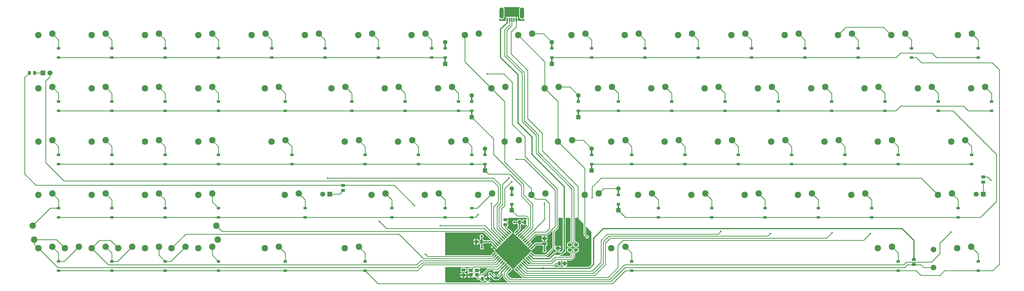
<source format=gbl>
G04 #@! TF.GenerationSoftware,KiCad,Pcbnew,(6.0.0)*
G04 #@! TF.CreationDate,2022-03-08T15:03:57-05:00*
G04 #@! TF.ProjectId,next,6e657874-2e6b-4696-9361-645f70636258,rev?*
G04 #@! TF.SameCoordinates,Original*
G04 #@! TF.FileFunction,Copper,L2,Bot*
G04 #@! TF.FilePolarity,Positive*
%FSLAX46Y46*%
G04 Gerber Fmt 4.6, Leading zero omitted, Abs format (unit mm)*
G04 Created by KiCad (PCBNEW (6.0.0)) date 2022-03-08 15:03:57*
%MOMM*%
%LPD*%
G01*
G04 APERTURE LIST*
G04 Aperture macros list*
%AMRoundRect*
0 Rectangle with rounded corners*
0 $1 Rounding radius*
0 $2 $3 $4 $5 $6 $7 $8 $9 X,Y pos of 4 corners*
0 Add a 4 corners polygon primitive as box body*
4,1,4,$2,$3,$4,$5,$6,$7,$8,$9,$2,$3,0*
0 Add four circle primitives for the rounded corners*
1,1,$1+$1,$2,$3*
1,1,$1+$1,$4,$5*
1,1,$1+$1,$6,$7*
1,1,$1+$1,$8,$9*
0 Add four rect primitives between the rounded corners*
20,1,$1+$1,$2,$3,$4,$5,0*
20,1,$1+$1,$4,$5,$6,$7,0*
20,1,$1+$1,$6,$7,$8,$9,0*
20,1,$1+$1,$8,$9,$2,$3,0*%
G04 Aperture macros list end*
G04 #@! TA.AperFunction,ComponentPad*
%ADD10C,2.300000*%
G04 #@! TD*
G04 #@! TA.AperFunction,ComponentPad*
%ADD11R,1.800000X1.800000*%
G04 #@! TD*
G04 #@! TA.AperFunction,ComponentPad*
%ADD12C,1.800000*%
G04 #@! TD*
G04 #@! TA.AperFunction,SMDPad,CuDef*
%ADD13R,1.200000X0.900000*%
G04 #@! TD*
G04 #@! TA.AperFunction,ComponentPad*
%ADD14O,1.500000X4.000000*%
G04 #@! TD*
G04 #@! TA.AperFunction,SMDPad,CuDef*
%ADD15R,0.500000X1.400000*%
G04 #@! TD*
G04 #@! TA.AperFunction,SMDPad,CuDef*
%ADD16RoundRect,0.250000X-0.250000X-0.475000X0.250000X-0.475000X0.250000X0.475000X-0.250000X0.475000X0*%
G04 #@! TD*
G04 #@! TA.AperFunction,SMDPad,CuDef*
%ADD17RoundRect,0.250000X0.262500X0.450000X-0.262500X0.450000X-0.262500X-0.450000X0.262500X-0.450000X0*%
G04 #@! TD*
G04 #@! TA.AperFunction,SMDPad,CuDef*
%ADD18RoundRect,0.250000X0.450000X-0.262500X0.450000X0.262500X-0.450000X0.262500X-0.450000X-0.262500X0*%
G04 #@! TD*
G04 #@! TA.AperFunction,ConnectorPad*
%ADD19R,0.500000X2.400000*%
G04 #@! TD*
G04 #@! TA.AperFunction,ComponentPad*
%ADD20R,1.600000X1.600000*%
G04 #@! TD*
G04 #@! TA.AperFunction,ComponentPad*
%ADD21C,1.600000*%
G04 #@! TD*
G04 #@! TA.AperFunction,SMDPad,CuDef*
%ADD22RoundRect,0.250000X0.475000X-0.250000X0.475000X0.250000X-0.475000X0.250000X-0.475000X-0.250000X0*%
G04 #@! TD*
G04 #@! TA.AperFunction,SMDPad,CuDef*
%ADD23RoundRect,0.250000X0.250000X0.475000X-0.250000X0.475000X-0.250000X-0.475000X0.250000X-0.475000X0*%
G04 #@! TD*
G04 #@! TA.AperFunction,SMDPad,CuDef*
%ADD24RoundRect,0.250000X-0.450000X0.262500X-0.450000X-0.262500X0.450000X-0.262500X0.450000X0.262500X0*%
G04 #@! TD*
G04 #@! TA.AperFunction,SMDPad,CuDef*
%ADD25R,1.400000X1.200000*%
G04 #@! TD*
G04 #@! TA.AperFunction,SMDPad,CuDef*
%ADD26RoundRect,0.250000X-0.475000X0.250000X-0.475000X-0.250000X0.475000X-0.250000X0.475000X0.250000X0*%
G04 #@! TD*
G04 #@! TA.AperFunction,SMDPad,CuDef*
%ADD27RoundRect,0.137500X0.521491X-0.327037X-0.327037X0.521491X-0.521491X0.327037X0.327037X-0.521491X0*%
G04 #@! TD*
G04 #@! TA.AperFunction,SMDPad,CuDef*
%ADD28RoundRect,0.137500X0.521491X0.327037X0.327037X0.521491X-0.521491X-0.327037X-0.327037X-0.521491X0*%
G04 #@! TD*
G04 #@! TA.AperFunction,ComponentPad*
%ADD29C,2.000000*%
G04 #@! TD*
G04 #@! TA.AperFunction,ViaPad*
%ADD30C,0.600000*%
G04 #@! TD*
G04 #@! TA.AperFunction,ViaPad*
%ADD31C,0.800000*%
G04 #@! TD*
G04 #@! TA.AperFunction,Conductor*
%ADD32C,0.254000*%
G04 #@! TD*
G04 #@! TA.AperFunction,Conductor*
%ADD33C,0.152400*%
G04 #@! TD*
G04 #@! TA.AperFunction,Conductor*
%ADD34C,0.381000*%
G04 #@! TD*
G04 #@! TA.AperFunction,Conductor*
%ADD35C,0.250000*%
G04 #@! TD*
G04 APERTURE END LIST*
D10*
X35600000Y-34100000D03*
X40600000Y-33600000D03*
X35600000Y-53150000D03*
X40600000Y-52650000D03*
X35600000Y-72200000D03*
X40600000Y-71700000D03*
X35600000Y-91250000D03*
X40600000Y-90750000D03*
X35600000Y-110300000D03*
X40600000Y-109800000D03*
X73700000Y-34100000D03*
X78700000Y-33600000D03*
X73700000Y-53150000D03*
X78700000Y-52650000D03*
X73700000Y-72200000D03*
X78700000Y-71700000D03*
X73700000Y-91250000D03*
X78700000Y-90750000D03*
X73700000Y-110300000D03*
X78700000Y-109800000D03*
X92750000Y-34100000D03*
X97750000Y-33600000D03*
X92750000Y-53150000D03*
X97750000Y-52650000D03*
X92750000Y-72200000D03*
X97750000Y-71700000D03*
X92750000Y-91250000D03*
X97750000Y-90750000D03*
X92750000Y-110300000D03*
X97750000Y-109800000D03*
X111800000Y-34100000D03*
X116800000Y-33600000D03*
X116562500Y-53150000D03*
X121562500Y-52650000D03*
X118943750Y-72200000D03*
X123943750Y-71700000D03*
X123706250Y-91250000D03*
X128706250Y-90750000D03*
X116562500Y-110300000D03*
X121562500Y-109800000D03*
X130850000Y-34100000D03*
X135850000Y-33600000D03*
X140375000Y-53150000D03*
X145375000Y-52650000D03*
X145137500Y-72200000D03*
X150137500Y-71700000D03*
X154662500Y-91250000D03*
X159662500Y-90750000D03*
X145137500Y-110300000D03*
X150137500Y-109800000D03*
X149900000Y-34100000D03*
X154900000Y-33600000D03*
X159425000Y-53150000D03*
X164425000Y-52650000D03*
X164187500Y-72200000D03*
X169187500Y-71700000D03*
X173712500Y-91250000D03*
X178712500Y-90750000D03*
X168950000Y-34100000D03*
X173950000Y-33600000D03*
X178475000Y-53150000D03*
X183475000Y-52650000D03*
X183237500Y-72200000D03*
X188237500Y-71700000D03*
X192762500Y-91250000D03*
X197762500Y-90750000D03*
X188000000Y-34100000D03*
X193000000Y-33600000D03*
X197525000Y-53150000D03*
X202525000Y-52650000D03*
X202287500Y-72200000D03*
X207287500Y-71700000D03*
X211812500Y-91250000D03*
X216812500Y-90750000D03*
X207050000Y-34100000D03*
X212050000Y-33600000D03*
X216575000Y-53150000D03*
X221575000Y-52650000D03*
X221337500Y-72200000D03*
X226337500Y-71700000D03*
X230862500Y-91250000D03*
X235862500Y-90750000D03*
X240387500Y-110300000D03*
X245387500Y-109800000D03*
X226100000Y-34100000D03*
X231100000Y-33600000D03*
X235625000Y-53150000D03*
X240625000Y-52650000D03*
X240387500Y-72200000D03*
X245387500Y-71700000D03*
X249912500Y-91250000D03*
X254912500Y-90750000D03*
X245150000Y-34100000D03*
X250150000Y-33600000D03*
X254675000Y-53150000D03*
X259675000Y-52650000D03*
X259437500Y-72200000D03*
X264437500Y-71700000D03*
X268962500Y-91250000D03*
X273962500Y-90750000D03*
X264200000Y-34100000D03*
X269200000Y-33600000D03*
X273725000Y-53150000D03*
X278725000Y-52650000D03*
X278487500Y-72200000D03*
X283487500Y-71700000D03*
X288012500Y-91250000D03*
X293012500Y-90750000D03*
X283250000Y-34100000D03*
X288250000Y-33600000D03*
X292775000Y-53150000D03*
X297775000Y-52650000D03*
X297537500Y-72200000D03*
X302537500Y-71700000D03*
X307062500Y-91250000D03*
X312062500Y-90750000D03*
X302300000Y-34100000D03*
X307300000Y-33600000D03*
X311825000Y-53150000D03*
X316825000Y-52650000D03*
X316587500Y-72200000D03*
X321587500Y-71700000D03*
X326112500Y-91250000D03*
X331112500Y-90750000D03*
X335637500Y-110300000D03*
X340637500Y-109800000D03*
X321350000Y-34100000D03*
X326350000Y-33600000D03*
X330875000Y-53150000D03*
X335875000Y-52650000D03*
X335637500Y-72200000D03*
X340637500Y-71700000D03*
X349925000Y-53150000D03*
X354925000Y-52650000D03*
X340400000Y-34100000D03*
X345400000Y-33600000D03*
X364212500Y-34100000D03*
X369212500Y-33600000D03*
D11*
X373250000Y-91000000D03*
D12*
X370710000Y-91000000D03*
D11*
X37250000Y-47625000D03*
D12*
X39790000Y-47625000D03*
D11*
X139750000Y-91000000D03*
D12*
X137210000Y-91000000D03*
D10*
X34100000Y-107275000D03*
X33600000Y-102275000D03*
X45125000Y-110300000D03*
X50125000Y-109800000D03*
X64175000Y-110300000D03*
X69175000Y-109800000D03*
X83225000Y-110300000D03*
X88225000Y-109800000D03*
X99250000Y-102275000D03*
X99750000Y-107275000D03*
X368975000Y-53150000D03*
X373975000Y-52650000D03*
X361831250Y-72200000D03*
X366831250Y-71700000D03*
X357068750Y-91250000D03*
X362068750Y-90750000D03*
X363975000Y-110300000D03*
X368975000Y-109800000D03*
X54650000Y-34100000D03*
X59650000Y-33600000D03*
X54650000Y-53150000D03*
X59650000Y-52650000D03*
X54650000Y-72200000D03*
X59650000Y-71700000D03*
X54650000Y-91250000D03*
X59650000Y-90750000D03*
X54650000Y-110300000D03*
X59650000Y-109800000D03*
D13*
X42862500Y-42131250D03*
X42862500Y-38831250D03*
X42862500Y-61181250D03*
X42862500Y-57881250D03*
X42862500Y-80231250D03*
X42862500Y-76931250D03*
X42862500Y-99281250D03*
X42862500Y-95981250D03*
X61912500Y-42131250D03*
X61912500Y-38831250D03*
X61912500Y-61181250D03*
X61912500Y-57881250D03*
X61912500Y-80231250D03*
X61912500Y-76931250D03*
X61912500Y-99281250D03*
X61912500Y-95981250D03*
X61912500Y-118331250D03*
X61912500Y-115031250D03*
X80962500Y-42131250D03*
X80962500Y-38831250D03*
X80962500Y-61181250D03*
X80962500Y-57881250D03*
X80962500Y-80231250D03*
X80962500Y-76931250D03*
X80962500Y-99281250D03*
X80962500Y-95981250D03*
X80962500Y-118331250D03*
X80962500Y-115031250D03*
X100012500Y-42131250D03*
X100012500Y-38831250D03*
X100012500Y-61181250D03*
X100012500Y-57881250D03*
X100012500Y-80231250D03*
X100012500Y-76931250D03*
X100012500Y-99281250D03*
X100012500Y-95981250D03*
X100012500Y-118331250D03*
X100012500Y-115031250D03*
X119062500Y-42131250D03*
X119062500Y-38831250D03*
X123825000Y-61181250D03*
X123825000Y-57881250D03*
X126206250Y-80231250D03*
X126206250Y-76931250D03*
X130968750Y-99281250D03*
X130968750Y-95981250D03*
X123825000Y-118331250D03*
X123825000Y-115031250D03*
X138112500Y-42131250D03*
X138112500Y-38831250D03*
X147637500Y-61181250D03*
X147637500Y-57881250D03*
X152400000Y-80231250D03*
X152400000Y-76931250D03*
X161925000Y-99281250D03*
X161925000Y-95981250D03*
X157162500Y-42131250D03*
X157162500Y-38831250D03*
X166687500Y-61181250D03*
X166687500Y-57881250D03*
X171450000Y-80231250D03*
X171450000Y-76931250D03*
X180975000Y-99281250D03*
X180975000Y-95981250D03*
X176212500Y-42131250D03*
X176212500Y-38831250D03*
X190500000Y-80231250D03*
X190500000Y-76931250D03*
X242887500Y-61181250D03*
X242887500Y-57881250D03*
X247650000Y-80231250D03*
X247650000Y-76931250D03*
X252412500Y-42131250D03*
X252412500Y-38831250D03*
X261937500Y-61181250D03*
X261937500Y-57881250D03*
X266700000Y-80231250D03*
X266700000Y-76931250D03*
X276225000Y-99281250D03*
X276225000Y-95981250D03*
X271462500Y-42131250D03*
X271462500Y-38831250D03*
X280987500Y-61181250D03*
X280987500Y-57881250D03*
X285750000Y-80231250D03*
X285750000Y-76931250D03*
X295275000Y-99281250D03*
X295275000Y-95981250D03*
X290512500Y-42131250D03*
X290512500Y-38831250D03*
X300037500Y-61181250D03*
X300037500Y-57881250D03*
X304800000Y-80231250D03*
X304800000Y-76931250D03*
X314325000Y-99281250D03*
X314325000Y-95981250D03*
X309562500Y-42131250D03*
X309562500Y-38831250D03*
X319087500Y-61181250D03*
X319087500Y-57881250D03*
X323850000Y-80231250D03*
X323850000Y-76931250D03*
X333375000Y-99281250D03*
X333375000Y-95981250D03*
X342900000Y-118331250D03*
X342900000Y-115031250D03*
X328612500Y-42131250D03*
X328612500Y-38831250D03*
X338137500Y-61181250D03*
X338137500Y-57881250D03*
X342900000Y-80231250D03*
X342900000Y-76931250D03*
X357187500Y-61181250D03*
X357187500Y-57881250D03*
X347662500Y-42131250D03*
X347662500Y-38831250D03*
X376237500Y-61181250D03*
X376237500Y-57881250D03*
D14*
X201137500Y-26175000D03*
D15*
X203187500Y-28575000D03*
X203987500Y-28575000D03*
X204787500Y-28575000D03*
X205587500Y-28575000D03*
X206387500Y-28575000D03*
D14*
X208437500Y-26175000D03*
D16*
X221800000Y-115750000D03*
X223700000Y-115750000D03*
D17*
X34250000Y-47625000D03*
X32425000Y-47625000D03*
D18*
X144500000Y-89662500D03*
X144500000Y-87837500D03*
X373250000Y-86662500D03*
X373250000Y-84837500D03*
D13*
X371475000Y-42131250D03*
X371475000Y-38831250D03*
X369093750Y-80231250D03*
X369093750Y-76931250D03*
X364331250Y-99281250D03*
X364331250Y-95981250D03*
X371475000Y-118331250D03*
X371475000Y-115031250D03*
D19*
X204787500Y-95568750D03*
D20*
X204787500Y-96768750D03*
D13*
X204787500Y-94518750D03*
D21*
X204787500Y-88968750D03*
D13*
X204787500Y-91218750D03*
D19*
X204787500Y-90168750D03*
D22*
X221250000Y-112200000D03*
X221250000Y-110300000D03*
D13*
X180975000Y-42131250D03*
D19*
X180975000Y-43181250D03*
D20*
X180975000Y-44381250D03*
D13*
X180975000Y-38831250D03*
D21*
X180975000Y-36581250D03*
D19*
X180975000Y-37781250D03*
D13*
X233362500Y-42131250D03*
X233362500Y-38831250D03*
D19*
X190500000Y-62231250D03*
D20*
X190500000Y-63431250D03*
D13*
X190500000Y-61181250D03*
X190500000Y-57881250D03*
D19*
X190500000Y-56831250D03*
D21*
X190500000Y-55631250D03*
D18*
X225500000Y-110912500D03*
X225500000Y-109087500D03*
X227750000Y-110912500D03*
X227750000Y-109087500D03*
D13*
X257175000Y-99281250D03*
X257175000Y-95981250D03*
X233362500Y-80231250D03*
D20*
X233362500Y-82481250D03*
D19*
X233362500Y-81281250D03*
X233362500Y-75881250D03*
D21*
X233362500Y-74681250D03*
D13*
X233362500Y-76931250D03*
X190500000Y-99281250D03*
X190500000Y-95981250D03*
X152400000Y-118331250D03*
X152400000Y-115031250D03*
X42862500Y-118331250D03*
X42862500Y-115031250D03*
D23*
X193950000Y-108000000D03*
X192050000Y-108000000D03*
D16*
X207550000Y-101000000D03*
X209450000Y-101000000D03*
D24*
X202500000Y-100087500D03*
X202500000Y-101912500D03*
D20*
X242887500Y-96768750D03*
D19*
X242887500Y-95568750D03*
D13*
X242887500Y-94518750D03*
D21*
X242887500Y-88968750D03*
D13*
X242887500Y-91218750D03*
D19*
X242887500Y-90168750D03*
D13*
X247650000Y-118331250D03*
X247650000Y-115031250D03*
D25*
X190150000Y-118200000D03*
X192350000Y-118200000D03*
X192350000Y-119800000D03*
X190150000Y-119800000D03*
D16*
X194300000Y-121250000D03*
X196200000Y-121250000D03*
D22*
X199250000Y-120950000D03*
X199250000Y-119050000D03*
D26*
X187500000Y-118050000D03*
X187500000Y-119950000D03*
D24*
X348500000Y-114337500D03*
X348500000Y-116162500D03*
D20*
X195262500Y-82481250D03*
D19*
X195262500Y-81281250D03*
D13*
X195262500Y-80231250D03*
D19*
X195262500Y-75881250D03*
D13*
X195262500Y-76931250D03*
D21*
X195262500Y-74681250D03*
D20*
X228600000Y-63431250D03*
D13*
X228600000Y-61181250D03*
D19*
X228600000Y-62231250D03*
D13*
X228600000Y-57881250D03*
D19*
X228600000Y-56831250D03*
D21*
X228600000Y-55631250D03*
D19*
X219075000Y-43181250D03*
D13*
X219075000Y-42131250D03*
D20*
X219075000Y-44381250D03*
D19*
X219075000Y-37781250D03*
D21*
X219075000Y-36581250D03*
D13*
X219075000Y-38831250D03*
D22*
X216500000Y-108700000D03*
X216500000Y-106800000D03*
D27*
X212082419Y-112425565D03*
X211516734Y-112991250D03*
X210951048Y-113556936D03*
X210385363Y-114122621D03*
X209819678Y-114688307D03*
X209253992Y-115253992D03*
X208688307Y-115819678D03*
X208122621Y-116385363D03*
X207556936Y-116951048D03*
X206991250Y-117516734D03*
X206425565Y-118082419D03*
D28*
X204074435Y-118082419D03*
X203508750Y-117516734D03*
X202943064Y-116951048D03*
X202377379Y-116385363D03*
X201811693Y-115819678D03*
X201246008Y-115253992D03*
X200680322Y-114688307D03*
X200114637Y-114122621D03*
X199548952Y-113556936D03*
X198983266Y-112991250D03*
X198417581Y-112425565D03*
D27*
X198417581Y-110074435D03*
X198983266Y-109508750D03*
X199548952Y-108943064D03*
X200114637Y-108377379D03*
X200680322Y-107811693D03*
X201246008Y-107246008D03*
X201811693Y-106680322D03*
X202377379Y-106114637D03*
X202943064Y-105548952D03*
X203508750Y-104983266D03*
X204074435Y-104417581D03*
D28*
X206425565Y-104417581D03*
X206991250Y-104983266D03*
X207556936Y-105548952D03*
X208122621Y-106114637D03*
X208688307Y-106680322D03*
X209253992Y-107246008D03*
X209819678Y-107811693D03*
X210385363Y-108377379D03*
X210951048Y-108943064D03*
X211516734Y-109508750D03*
X212082419Y-110074435D03*
D29*
X355500000Y-110750000D03*
X355500000Y-117250000D03*
D13*
X185737500Y-61181250D03*
X185737500Y-57881250D03*
D30*
X182999988Y-108000000D03*
X170000003Y-95000003D03*
X194250000Y-118500000D03*
X221250000Y-106750000D03*
X376000000Y-86000000D03*
X218250000Y-106750000D03*
X228500000Y-106750000D03*
D31*
X205750000Y-101000000D03*
X216500000Y-111250000D03*
X197000000Y-119500000D03*
X216000000Y-117500000D03*
X194000000Y-106000000D03*
X194125001Y-110124999D03*
X223500000Y-111250000D03*
D30*
X196000000Y-48000000D03*
X192750000Y-98250000D03*
X138999996Y-85249996D03*
X361750000Y-104500000D03*
X174000000Y-112500000D03*
X157500000Y-100750000D03*
X179250000Y-102250000D03*
X206500000Y-78500000D03*
X216499996Y-94250000D03*
X231749986Y-106250000D03*
X203750000Y-85250000D03*
X204750000Y-86500000D03*
X279506250Y-104256250D03*
X297250000Y-105000000D03*
X319250000Y-104750000D03*
X333000000Y-105000008D03*
X197500000Y-94250006D03*
X233500000Y-92250000D03*
D32*
X187500000Y-118000000D02*
X189950000Y-118000000D01*
X189950000Y-118000000D02*
X190150000Y-118200000D01*
X191250000Y-117000000D02*
X199500000Y-117000000D01*
X190150000Y-118200000D02*
X190150000Y-118100000D01*
X190150000Y-118100000D02*
X191250000Y-117000000D01*
X199500000Y-117000000D02*
X199750000Y-116750000D01*
X199750000Y-116750000D02*
X201113425Y-115386575D01*
X189950000Y-120000000D02*
X190150000Y-119800000D01*
X187500000Y-120000000D02*
X189950000Y-120000000D01*
D33*
X190150000Y-119800000D02*
X190450000Y-119800000D01*
X192350000Y-118200000D02*
X192050000Y-118200000D01*
X190450000Y-119800000D02*
X192050000Y-118200000D01*
D32*
X199250000Y-119000000D02*
X199762742Y-119000000D01*
X162800000Y-87800000D02*
X170000003Y-95000003D01*
X207123833Y-104850684D02*
X209500000Y-102474517D01*
X214275483Y-106750000D02*
X218250000Y-106750000D01*
X209500000Y-102474517D02*
X209500000Y-101000000D01*
X211649316Y-109376167D02*
X214275483Y-106750000D01*
X204500000Y-33000000D02*
X204500000Y-40750000D01*
X228500000Y-88250000D02*
X228500000Y-106750000D01*
X206387500Y-28575000D02*
X206387500Y-31112500D01*
X374800000Y-84800000D02*
X376000000Y-86000000D01*
X144500000Y-87800000D02*
X34800000Y-87800000D01*
X210500000Y-64000000D02*
X215750000Y-69250000D01*
X374800000Y-84800000D02*
X373250000Y-84800000D01*
X30750000Y-49262500D02*
X32387500Y-47625000D01*
X204500000Y-40750000D02*
X210500000Y-46750000D01*
X144500000Y-87800000D02*
X162800000Y-87800000D01*
X30750000Y-83750000D02*
X30750000Y-49262500D01*
X221250000Y-110250000D02*
X221250000Y-106750000D01*
X193950000Y-118200000D02*
X194250000Y-118500000D01*
X199762742Y-119000000D02*
X202244796Y-116517946D01*
X215750000Y-75500000D02*
X228500000Y-88250000D01*
X206387500Y-31112500D02*
X204500000Y-33000000D01*
X210500000Y-46750000D02*
X210500000Y-64000000D01*
X192350000Y-118200000D02*
X193950000Y-118200000D01*
X34800000Y-87800000D02*
X30750000Y-83750000D01*
X215750000Y-69250000D02*
X215750000Y-75500000D01*
X182999988Y-108000000D02*
X192000000Y-108000000D01*
X183000002Y-108000000D02*
X182999988Y-108000000D01*
X192350000Y-120600000D02*
X193000000Y-121250000D01*
X193000000Y-121250000D02*
X194250000Y-121250000D01*
X192350000Y-119800000D02*
X192350000Y-120600000D01*
X196500000Y-117750000D02*
X194450000Y-119800000D01*
X194450000Y-119800000D02*
X192350000Y-119800000D01*
X201679111Y-115952260D02*
X199881371Y-117750000D01*
X201785177Y-115846194D02*
X201653806Y-115846194D01*
X199881371Y-117750000D02*
X196500000Y-117750000D01*
D34*
X212108936Y-110047918D02*
X212156854Y-110000000D01*
X212525483Y-114000000D02*
X218250000Y-114000000D01*
X211649316Y-113123833D02*
X212525483Y-114000000D01*
X216000000Y-117500000D02*
X232500000Y-117500000D01*
X207000000Y-48250000D02*
X207000000Y-65500000D01*
X201000000Y-118894113D02*
X202810482Y-117083631D01*
X194124999Y-110124999D02*
X194125001Y-110124999D01*
X200750000Y-32000000D02*
X200750000Y-42000000D01*
X200750000Y-42000000D02*
X207000000Y-48250000D01*
X213406854Y-108750000D02*
X212215002Y-109941852D01*
X198850684Y-109376167D02*
X197474517Y-108000000D01*
X210368629Y-117500000D02*
X215434315Y-117500000D01*
X223500000Y-88250000D02*
X223500000Y-111250000D01*
X237500000Y-103250000D02*
X344250000Y-103250000D01*
X203187500Y-29562500D02*
X200750000Y-32000000D01*
X218250000Y-114000000D02*
X220000000Y-112250000D01*
X194000000Y-108000000D02*
X194000000Y-110000000D01*
X234000000Y-116000000D02*
X234000000Y-106750000D01*
X344250000Y-103250000D02*
X348500000Y-107500000D01*
X215434315Y-117500000D02*
X216000000Y-117500000D01*
X212000000Y-70500000D02*
X212000000Y-76750000D01*
X201000000Y-120000000D02*
X201000000Y-118894113D01*
X200000000Y-121000000D02*
X201000000Y-120000000D01*
X220000000Y-112250000D02*
X221250000Y-112250000D01*
X232500000Y-117500000D02*
X234000000Y-116000000D01*
X199250000Y-121000000D02*
X200000000Y-121000000D01*
X216750000Y-108750000D02*
X213406854Y-108750000D01*
X197474517Y-108000000D02*
X194000000Y-108000000D01*
X216500000Y-108750000D02*
X216500000Y-111250000D01*
X198500000Y-121000000D02*
X197000000Y-119500000D01*
X207000000Y-65500000D02*
X212000000Y-70500000D01*
X234000000Y-106750000D02*
X237500000Y-103250000D01*
X221250000Y-112250000D02*
X222500000Y-112250000D01*
X194000000Y-110000000D02*
X194124999Y-110124999D01*
X348500000Y-107500000D02*
X348500000Y-114300000D01*
X203187500Y-28575000D02*
X203187500Y-29562500D01*
X205750000Y-101000000D02*
X207500000Y-101000000D01*
X212000000Y-76750000D02*
X223500000Y-88250000D01*
X199250000Y-121000000D02*
X198500000Y-121000000D01*
X207500000Y-103343146D02*
X206558148Y-104284998D01*
X208820889Y-115952260D02*
X210368629Y-117500000D01*
X222500000Y-112250000D02*
X223500000Y-111250000D01*
X207500000Y-103343146D02*
X207500000Y-101000000D01*
X194000000Y-106000000D02*
X194000000Y-108000000D01*
D32*
X210500000Y-116500000D02*
X219750000Y-116500000D01*
X219750000Y-116500000D02*
X220500000Y-115750000D01*
X209386575Y-115386575D02*
X210500000Y-116500000D01*
X220500000Y-115750000D02*
X221750000Y-115750000D01*
X42862500Y-38831250D02*
X42862500Y-35862500D01*
X42862500Y-35862500D02*
X40600000Y-33600000D01*
X61912500Y-35862500D02*
X59650000Y-33600000D01*
X61912500Y-38831250D02*
X61912500Y-35862500D01*
X80962500Y-38831250D02*
X80962500Y-35862500D01*
X80962500Y-35862500D02*
X78700000Y-33600000D01*
X100012500Y-35862500D02*
X97750000Y-33600000D01*
X100012500Y-38831250D02*
X100012500Y-35862500D01*
X119062500Y-38831250D02*
X119062500Y-35862500D01*
X119062500Y-35862500D02*
X116800000Y-33600000D01*
X42862500Y-57881250D02*
X42862500Y-54912500D01*
X42862500Y-54912500D02*
X40600000Y-52650000D01*
X61912500Y-57881250D02*
X61912500Y-54912500D01*
X61912500Y-54912500D02*
X59650000Y-52650000D01*
X80962500Y-57881250D02*
X80962500Y-54912500D01*
X80962500Y-54912500D02*
X78700000Y-52650000D01*
X100012500Y-57881250D02*
X100012500Y-54912500D01*
X100012500Y-54912500D02*
X97750000Y-52650000D01*
X123825000Y-57881250D02*
X123825000Y-54912500D01*
X123825000Y-54912500D02*
X121562500Y-52650000D01*
X42862500Y-73962500D02*
X40600000Y-71700000D01*
X42862500Y-76931250D02*
X42862500Y-73962500D01*
X61912500Y-76931250D02*
X61912500Y-73962500D01*
X61912500Y-73962500D02*
X59650000Y-71700000D01*
X80962500Y-73962500D02*
X78700000Y-71700000D01*
X80962500Y-76931250D02*
X80962500Y-73962500D01*
X100012500Y-76931250D02*
X100012500Y-73962500D01*
X100012500Y-73962500D02*
X97750000Y-71700000D01*
X126206250Y-76931250D02*
X126206250Y-73962500D01*
X126206250Y-73962500D02*
X123943750Y-71700000D01*
X42862500Y-93012500D02*
X40600000Y-90750000D01*
X42862500Y-95981250D02*
X39893750Y-95981250D01*
X42862500Y-95981250D02*
X42862500Y-93012500D01*
X39893750Y-95981250D02*
X33600000Y-102275000D01*
X61912500Y-95981250D02*
X61912500Y-93012500D01*
X61912500Y-93012500D02*
X59650000Y-90750000D01*
X80962500Y-93012500D02*
X78700000Y-90750000D01*
X80962500Y-95981250D02*
X80962500Y-93012500D01*
X97750000Y-93718750D02*
X100012500Y-95981250D01*
X97750000Y-90750000D02*
X97750000Y-93718750D01*
X130968750Y-93012500D02*
X128706250Y-90750000D01*
X130968750Y-95981250D02*
X130968750Y-93012500D01*
X44893750Y-115031250D02*
X50125000Y-109800000D01*
X42862500Y-115031250D02*
X42862500Y-112062500D01*
X42862500Y-112062500D02*
X40600000Y-109800000D01*
X42862500Y-115031250D02*
X44893750Y-115031250D01*
X61912500Y-115031250D02*
X61912500Y-112062500D01*
X61912500Y-115031250D02*
X63943750Y-115031250D01*
X61912500Y-112062500D02*
X59650000Y-109800000D01*
X63943750Y-115031250D02*
X69175000Y-109800000D01*
X82993750Y-115031250D02*
X88225000Y-109800000D01*
X80962500Y-115031250D02*
X82993750Y-115031250D01*
X78700000Y-112768750D02*
X80962500Y-115031250D01*
X78700000Y-109800000D02*
X78700000Y-112768750D01*
X97750000Y-109800000D02*
X97750000Y-112768750D01*
X97750000Y-112768750D02*
X100012500Y-115031250D01*
X123825000Y-115031250D02*
X123825000Y-112062500D01*
X123825000Y-112062500D02*
X121562500Y-109800000D01*
X328612500Y-42131250D02*
X342118750Y-42131250D01*
X221000000Y-103000000D02*
X221000000Y-89000000D01*
X209500000Y-70500000D02*
X205000000Y-66000000D01*
X356631250Y-42131250D02*
X371475000Y-42131250D01*
X205000000Y-51000000D02*
X202000000Y-48000000D01*
X219750000Y-110250000D02*
X219750000Y-104250000D01*
X219750000Y-104250000D02*
X221000000Y-103000000D01*
X176212500Y-42131250D02*
X180975000Y-42131250D01*
X61912500Y-42131250D02*
X176212500Y-42131250D01*
X202000000Y-48000000D02*
X196000000Y-48000000D01*
X342118750Y-42131250D02*
X343750000Y-40500000D01*
X209500000Y-77500000D02*
X209500000Y-70500000D01*
X212215002Y-112558148D02*
X212656854Y-113000000D01*
X355000000Y-40500000D02*
X356631250Y-42131250D01*
X217000000Y-113000000D02*
X219750000Y-110250000D01*
X343750000Y-40500000D02*
X355000000Y-40500000D01*
X205000000Y-66000000D02*
X205000000Y-51000000D01*
X212656854Y-113000000D02*
X217000000Y-113000000D01*
X328612500Y-42131250D02*
X233362500Y-42131250D01*
X221000000Y-89000000D02*
X209500000Y-77500000D01*
X42862500Y-42131250D02*
X61912500Y-42131250D01*
X233362500Y-42131250D02*
X219075000Y-42131250D01*
X138112500Y-35862500D02*
X135850000Y-33600000D01*
X138112500Y-38831250D02*
X138112500Y-35862500D01*
X157162500Y-38831250D02*
X157162500Y-35862500D01*
X157162500Y-35862500D02*
X154900000Y-33600000D01*
X176212500Y-38831250D02*
X176212500Y-35862500D01*
X176212500Y-35862500D02*
X173950000Y-33600000D01*
X212050000Y-33600000D02*
X216093750Y-33600000D01*
X216093750Y-33600000D02*
X219075000Y-36581250D01*
X233362500Y-38831250D02*
X233362500Y-35862500D01*
X233362500Y-35862500D02*
X231100000Y-33600000D01*
X252412500Y-35862500D02*
X250150000Y-33600000D01*
X252412500Y-38831250D02*
X252412500Y-35862500D01*
X271462500Y-38831250D02*
X271462500Y-35862500D01*
X271462500Y-35862500D02*
X269200000Y-33600000D01*
X290512500Y-38831250D02*
X290512500Y-35862500D01*
X290512500Y-35862500D02*
X288250000Y-33600000D01*
X309562500Y-35862500D02*
X307300000Y-33600000D01*
X309562500Y-38831250D02*
X309562500Y-35862500D01*
X328612500Y-35862500D02*
X326350000Y-33600000D01*
X328612500Y-38831250D02*
X328612500Y-35862500D01*
X371475000Y-35862500D02*
X369212500Y-33600000D01*
X371475000Y-38831250D02*
X371475000Y-35862500D01*
X367931250Y-61181250D02*
X376237500Y-61181250D01*
X185737500Y-61181250D02*
X190500000Y-61181250D01*
X338137500Y-61181250D02*
X242887500Y-61181250D01*
X242887500Y-61181250D02*
X228600000Y-61181250D01*
X212250000Y-94500000D02*
X209000000Y-91250000D01*
X343750000Y-59500000D02*
X366250000Y-59500000D01*
X366250000Y-59500000D02*
X367931250Y-61181250D01*
X338137500Y-61181250D02*
X342068750Y-61181250D01*
X209000000Y-91250000D02*
X209000000Y-87500000D01*
X198250000Y-76750000D02*
X198250000Y-71181250D01*
X198250000Y-71181250D02*
X190500000Y-63431250D01*
X42862500Y-61181250D02*
X185737500Y-61181250D01*
X212250000Y-103118629D02*
X212250000Y-94500000D01*
X208714823Y-106653806D02*
X212250000Y-103118629D01*
X209000000Y-87500000D02*
X198250000Y-76750000D01*
X342068750Y-61181250D02*
X343750000Y-59500000D01*
X147637500Y-54912500D02*
X145375000Y-52650000D01*
X147637500Y-57881250D02*
X147637500Y-54912500D01*
X166687500Y-57881250D02*
X166687500Y-54912500D01*
X166687500Y-54912500D02*
X164425000Y-52650000D01*
X185737500Y-57881250D02*
X185737500Y-54912500D01*
X185737500Y-54912500D02*
X183475000Y-52650000D01*
X225618750Y-52650000D02*
X228600000Y-55631250D01*
X221575000Y-52650000D02*
X225618750Y-52650000D01*
X242887500Y-54912500D02*
X240625000Y-52650000D01*
X242887500Y-57881250D02*
X242887500Y-54912500D01*
X261937500Y-54912500D02*
X259675000Y-52650000D01*
X261937500Y-57881250D02*
X261937500Y-54912500D01*
X280987500Y-57881250D02*
X280987500Y-54912500D01*
X280987500Y-54912500D02*
X278725000Y-52650000D01*
X300037500Y-57881250D02*
X300037500Y-54912500D01*
X300037500Y-54912500D02*
X297775000Y-52650000D01*
X319087500Y-57881250D02*
X319087500Y-54912500D01*
X319087500Y-54912500D02*
X316825000Y-52650000D01*
X338137500Y-57881250D02*
X338137500Y-54912500D01*
X338137500Y-54912500D02*
X335875000Y-52650000D01*
X376237500Y-57881250D02*
X376237500Y-54912500D01*
X376237500Y-54912500D02*
X373975000Y-52650000D01*
X208255204Y-105982054D02*
X211500000Y-102737258D01*
X211500000Y-95000000D02*
X208250000Y-91750000D01*
X190500000Y-80231250D02*
X195262500Y-80231250D01*
X342900000Y-80231250D02*
X369093750Y-80231250D01*
X208250000Y-88000000D02*
X204000000Y-83750000D01*
X42862500Y-80231250D02*
X190500000Y-80231250D01*
X204000000Y-83750000D02*
X196531250Y-83750000D01*
X247650000Y-80231250D02*
X233362500Y-80231250D01*
X342900000Y-80231250D02*
X247650000Y-80231250D01*
X208250000Y-91750000D02*
X208250000Y-88000000D01*
X196531250Y-83750000D02*
X195262500Y-82481250D01*
X211500000Y-102737258D02*
X211500000Y-95000000D01*
X152400000Y-76931250D02*
X152400000Y-73962500D01*
X152400000Y-73962500D02*
X150137500Y-71700000D01*
X171450000Y-76931250D02*
X171450000Y-73962500D01*
X171450000Y-73962500D02*
X169187500Y-71700000D01*
X190500000Y-73962500D02*
X188237500Y-71700000D01*
X190500000Y-76931250D02*
X190500000Y-73962500D01*
X230381250Y-71700000D02*
X233362500Y-74681250D01*
X226337500Y-71700000D02*
X230381250Y-71700000D01*
X247650000Y-73962500D02*
X245387500Y-71700000D01*
X247650000Y-76931250D02*
X247650000Y-73962500D01*
X266700000Y-73962500D02*
X264437500Y-71700000D01*
X266700000Y-76931250D02*
X266700000Y-73962500D01*
X285750000Y-76931250D02*
X285750000Y-73962500D01*
X285750000Y-73962500D02*
X283487500Y-71700000D01*
X304800000Y-76931250D02*
X304800000Y-73962500D01*
X304800000Y-73962500D02*
X302537500Y-71700000D01*
X323850000Y-73962500D02*
X321587500Y-71700000D01*
X323850000Y-76931250D02*
X323850000Y-73962500D01*
X342900000Y-76931250D02*
X342900000Y-73962500D01*
X342900000Y-73962500D02*
X340637500Y-71700000D01*
X369093750Y-73962500D02*
X366831250Y-71700000D01*
X369093750Y-76931250D02*
X369093750Y-73962500D01*
X378000000Y-76750000D02*
X362431250Y-61181250D01*
X190500000Y-99281250D02*
X191718750Y-99281250D01*
X372218750Y-99281250D02*
X378000000Y-93500000D01*
X42862500Y-99281250D02*
X180975000Y-99281250D01*
X191718750Y-99281250D02*
X192750000Y-98250000D01*
X206768750Y-98750000D02*
X204787500Y-96768750D01*
X364331250Y-99281250D02*
X372218750Y-99281250D01*
X245400000Y-99281250D02*
X242887500Y-96768750D01*
X190500000Y-99281250D02*
X180975000Y-99281250D01*
X362431250Y-61181250D02*
X357187500Y-61181250D01*
X207689518Y-105416369D02*
X210750000Y-102355887D01*
X210750000Y-102355887D02*
X210750000Y-99500000D01*
X257175000Y-99281250D02*
X328522078Y-99281250D01*
X378000000Y-93500000D02*
X378000000Y-76750000D01*
X210000000Y-98750000D02*
X206768750Y-98750000D01*
X210750000Y-99500000D02*
X210000000Y-98750000D01*
X328522078Y-99281250D02*
X364331250Y-99281250D01*
X257175000Y-99281250D02*
X245400000Y-99281250D01*
X208500000Y-47750000D02*
X208500000Y-65000000D01*
X203987500Y-28575000D02*
X203987500Y-30512500D01*
X226250000Y-107750000D02*
X225500000Y-108500000D01*
X202250000Y-32250000D02*
X202250000Y-41500000D01*
X208500000Y-65000000D02*
X213500000Y-70000000D01*
X213500000Y-76250000D02*
X226250000Y-89000000D01*
X213500000Y-70000000D02*
X213500000Y-76250000D01*
X225500000Y-108500000D02*
X225500000Y-109050000D01*
X203987500Y-30512500D02*
X202250000Y-32250000D01*
X226250000Y-89000000D02*
X226250000Y-107750000D01*
X202250000Y-41500000D02*
X208500000Y-47750000D01*
X214250000Y-76000000D02*
X227000000Y-88750000D01*
X209250000Y-64750000D02*
X214250000Y-69750000D01*
X204787500Y-28575000D02*
X204787500Y-30712500D01*
X214250000Y-69750000D02*
X214250000Y-76000000D01*
X227000000Y-107750000D02*
X227750000Y-108500000D01*
X203000000Y-41250000D02*
X209250000Y-47500000D01*
X203000000Y-32500000D02*
X203000000Y-41250000D01*
X204787500Y-30712500D02*
X203000000Y-32500000D01*
X227750000Y-108500000D02*
X227750000Y-109050000D01*
X209250000Y-47500000D02*
X209250000Y-64750000D01*
X227000000Y-88750000D02*
X227000000Y-107750000D01*
X161925000Y-95981250D02*
X161925000Y-93012500D01*
X161925000Y-93012500D02*
X159662500Y-90750000D01*
X180975000Y-95981250D02*
X180975000Y-93012500D01*
X180975000Y-93012500D02*
X178712500Y-90750000D01*
X197762500Y-90750000D02*
X192531250Y-95981250D01*
X192531250Y-95981250D02*
X190500000Y-95981250D01*
X237643750Y-88968750D02*
X235862500Y-90750000D01*
X242887500Y-88968750D02*
X237643750Y-88968750D01*
X257175000Y-93012500D02*
X254912500Y-90750000D01*
X257175000Y-95981250D02*
X257175000Y-93012500D01*
X276225000Y-95981250D02*
X276225000Y-93012500D01*
X276225000Y-93012500D02*
X273962500Y-90750000D01*
X295275000Y-93012500D02*
X293012500Y-90750000D01*
X295275000Y-95981250D02*
X295275000Y-93012500D01*
X314325000Y-93012500D02*
X312062500Y-90750000D01*
X314325000Y-95981250D02*
X314325000Y-93012500D01*
X357187500Y-57881250D02*
X357187500Y-54912500D01*
X357187500Y-54912500D02*
X354925000Y-52650000D01*
X364331250Y-93012500D02*
X362068750Y-90750000D01*
X364331250Y-95981250D02*
X364331250Y-93012500D01*
X376500000Y-44000000D02*
X379000000Y-46500000D01*
X379000000Y-46500000D02*
X379000000Y-116000000D01*
X379000000Y-116000000D02*
X376668750Y-118331250D01*
X240750000Y-123000000D02*
X157068750Y-123000000D01*
X359418750Y-118331250D02*
X361950000Y-118331250D01*
X171168750Y-118331250D02*
X152400000Y-118331250D01*
X157068750Y-123000000D02*
X152400000Y-118331250D01*
X351250000Y-44000000D02*
X349381250Y-42131250D01*
X152400000Y-118331250D02*
X42862500Y-118331250D01*
X357750000Y-120000000D02*
X359418750Y-118331250D01*
X349331250Y-118331250D02*
X351000000Y-120000000D01*
X349381250Y-42131250D02*
X347662500Y-42131250D01*
X199118629Y-116250000D02*
X173250000Y-116250000D01*
X245418750Y-118331250D02*
X240750000Y-123000000D01*
X376500000Y-44000000D02*
X351250000Y-44000000D01*
X351000000Y-120000000D02*
X357750000Y-120000000D01*
X200653806Y-114714823D02*
X199118629Y-116250000D01*
X247650000Y-118331250D02*
X245418750Y-118331250D01*
X361950000Y-118331250D02*
X376668750Y-118331250D01*
X333375000Y-118331250D02*
X349331250Y-118331250D01*
X173250000Y-116250000D02*
X171168750Y-118331250D01*
X333375000Y-118331250D02*
X247650000Y-118331250D01*
X34287500Y-47625000D02*
X37250000Y-47625000D01*
X201679111Y-106547740D02*
X198250000Y-103118629D01*
X198000000Y-86250000D02*
X44750000Y-86250000D01*
X38250000Y-50500000D02*
X39790000Y-48960000D01*
X44750000Y-86250000D02*
X38250000Y-79750000D01*
X200000000Y-88250000D02*
X198000000Y-86250000D01*
X200000000Y-93750000D02*
X200000000Y-88250000D01*
X198250000Y-103118629D02*
X198250000Y-95500000D01*
X38250000Y-79750000D02*
X38250000Y-50500000D01*
X198250000Y-95500000D02*
X200000000Y-93750000D01*
X39790000Y-48960000D02*
X39790000Y-47625000D01*
X143200000Y-91000000D02*
X144500000Y-89700000D01*
X139750000Y-91000000D02*
X143200000Y-91000000D01*
X198249996Y-85249996D02*
X138999996Y-85249996D01*
X200750000Y-87750000D02*
X198249996Y-85249996D01*
X200750000Y-94250000D02*
X200750000Y-87750000D01*
X202244796Y-105982054D02*
X199500000Y-103237258D01*
X199500000Y-103237258D02*
X199500000Y-95500000D01*
X199500000Y-95500000D02*
X200750000Y-94250000D01*
X373250000Y-86700000D02*
X373250000Y-91000000D01*
X361750000Y-104500000D02*
X357750000Y-108500000D01*
X245000000Y-116250000D02*
X239750000Y-121500000D01*
X203000000Y-120250000D02*
X203000000Y-119156854D01*
X357750000Y-108500000D02*
X357750000Y-112250000D01*
X239750000Y-121500000D02*
X204250000Y-121500000D01*
X354750000Y-115250000D02*
X345875000Y-115250000D01*
X357750000Y-112250000D02*
X354750000Y-115250000D01*
X203000000Y-119156854D02*
X204047918Y-118108936D01*
X345875000Y-115250000D02*
X344875000Y-116250000D01*
X204250000Y-121500000D02*
X203000000Y-120250000D01*
X344875000Y-116250000D02*
X245000000Y-116250000D01*
X225750000Y-113500000D02*
X226250000Y-113000000D01*
X210977565Y-113583452D02*
X212394113Y-115000000D01*
X226250000Y-113000000D02*
X226250000Y-112250000D01*
X218750000Y-115000000D02*
X220250000Y-113500000D01*
X225500000Y-111500000D02*
X225500000Y-110950000D01*
X220250000Y-113500000D02*
X225750000Y-113500000D01*
X226250000Y-112250000D02*
X225500000Y-111500000D01*
X212394113Y-115000000D02*
X218750000Y-115000000D01*
X220500000Y-114250000D02*
X226000000Y-114250000D01*
X227000000Y-113250000D02*
X227000000Y-112250000D01*
X227000000Y-112250000D02*
X227750000Y-111500000D01*
X226000000Y-114250000D02*
X227000000Y-113250000D01*
X211506371Y-115243629D02*
X212012742Y-115750000D01*
X210411880Y-114149138D02*
X211506371Y-115243629D01*
X227750000Y-111500000D02*
X227750000Y-110950000D01*
X212012742Y-115750000D02*
X219000000Y-115750000D01*
X219000000Y-115750000D02*
X220500000Y-114250000D01*
X202500000Y-102843146D02*
X203941852Y-104284998D01*
X202500000Y-101950000D02*
X202500000Y-102843146D01*
D35*
X342900000Y-115031250D02*
X342900000Y-112062500D01*
X342900000Y-112062500D02*
X340637500Y-109800000D01*
D32*
X347662500Y-35862500D02*
X345400000Y-33600000D01*
X347662500Y-38831250D02*
X347662500Y-35862500D01*
X34100000Y-108800000D02*
X34100000Y-107275000D01*
X172750000Y-115500000D02*
X171000000Y-117250000D01*
X199982054Y-114255204D02*
X198737258Y-115500000D01*
X42550000Y-117250000D02*
X35600000Y-110300000D01*
X35600000Y-110300000D02*
X34100000Y-108800000D01*
X171000000Y-117250000D02*
X42550000Y-117250000D01*
X42100000Y-107275000D02*
X45125000Y-110300000D01*
X34100000Y-107275000D02*
X42100000Y-107275000D01*
X198737258Y-115500000D02*
X172750000Y-115500000D01*
X60600000Y-116250000D02*
X54650000Y-110300000D01*
X199416369Y-113689518D02*
X198355887Y-114750000D01*
X57450000Y-107500000D02*
X61375000Y-107500000D01*
X61375000Y-107500000D02*
X64175000Y-110300000D01*
X54650000Y-110300000D02*
X57450000Y-107500000D01*
X170750000Y-116250000D02*
X60600000Y-116250000D01*
X198355887Y-114750000D02*
X172250000Y-114750000D01*
X172250000Y-114750000D02*
X170750000Y-116250000D01*
X197974517Y-114000000D02*
X173250000Y-114000000D01*
X198956750Y-113017767D02*
X197974517Y-114000000D01*
X88275000Y-105250000D02*
X83225000Y-110300000D01*
X164500000Y-105250000D02*
X88275000Y-105250000D01*
X173250000Y-114000000D02*
X164500000Y-105250000D01*
X352000000Y-117250000D02*
X355500000Y-117250000D01*
X240250000Y-122250000D02*
X245250000Y-117250000D01*
X202250000Y-118775483D02*
X202250000Y-120750000D01*
X203750000Y-122250000D02*
X240250000Y-122250000D01*
X350950000Y-116200000D02*
X352000000Y-117250000D01*
X202250000Y-120750000D02*
X203750000Y-122250000D01*
X203376167Y-117649316D02*
X202250000Y-118775483D01*
X346300000Y-116200000D02*
X350950000Y-116200000D01*
X345250000Y-117250000D02*
X346300000Y-116200000D01*
X245250000Y-117250000D02*
X345250000Y-117250000D01*
X199522435Y-108916548D02*
X194855887Y-104250000D01*
X194855887Y-104250000D02*
X101225000Y-104250000D01*
X101225000Y-104250000D02*
X99250000Y-102275000D01*
X198391064Y-112452082D02*
X197843146Y-113000000D01*
X197843146Y-113000000D02*
X197593146Y-113250000D01*
X198284998Y-112558148D02*
X197843146Y-113000000D01*
X197593146Y-113250000D02*
X174750000Y-113250000D01*
X174750000Y-113250000D02*
X174000000Y-112500000D01*
X194987258Y-103250000D02*
X160000000Y-103250000D01*
X199982054Y-108244796D02*
X194987258Y-103250000D01*
X160000000Y-103250000D02*
X157500000Y-100750000D01*
X179250000Y-102250000D02*
X195250000Y-102250000D01*
X200547740Y-107547740D02*
X195250000Y-102250000D01*
X200547740Y-107679111D02*
X200547740Y-107547740D01*
X220250000Y-102500000D02*
X220250000Y-89500000D01*
X210517946Y-108244796D02*
X213500000Y-105262742D01*
X220250000Y-89500000D02*
X209250000Y-78500000D01*
X209250000Y-78500000D02*
X206500000Y-78500000D01*
X217487258Y-105262742D02*
X220250000Y-102500000D01*
X213500000Y-105262742D02*
X217487258Y-105262742D01*
X213131371Y-104500000D02*
X217000000Y-104500000D01*
X188000000Y-43625000D02*
X197525000Y-53150000D01*
X218250000Y-103250000D02*
X218250000Y-94250000D01*
X209952260Y-107679111D02*
X213131371Y-104500000D01*
X213312500Y-92750000D02*
X211812500Y-91250000D01*
X216750000Y-92750000D02*
X213312500Y-92750000D01*
X202287500Y-57912500D02*
X197525000Y-53150000D01*
X218250000Y-94250000D02*
X216750000Y-92750000D01*
X202287500Y-72200000D02*
X202287500Y-57912500D01*
X217000000Y-104500000D02*
X218250000Y-103250000D01*
X211812500Y-91250000D02*
X211812500Y-89062500D01*
X188000000Y-34100000D02*
X188000000Y-43625000D01*
X202287500Y-79537500D02*
X202287500Y-72200000D01*
X211812500Y-89062500D02*
X202287500Y-79537500D01*
X216499996Y-100000004D02*
X216499996Y-94674264D01*
X230862500Y-91250000D02*
X230862500Y-105362514D01*
X230862500Y-81725000D02*
X221337500Y-72200000D01*
X216575000Y-53150000D02*
X216575000Y-43625000D01*
X230862500Y-91250000D02*
X230862500Y-81725000D01*
X216499996Y-94674264D02*
X216499996Y-94250000D01*
X209386575Y-107113425D02*
X216499996Y-100000004D01*
X221337500Y-72200000D02*
X221337500Y-57912500D01*
X221337500Y-57912500D02*
X216575000Y-53150000D01*
X230862500Y-105362514D02*
X231749986Y-106250000D01*
X216575000Y-43625000D02*
X207050000Y-34100000D01*
X202810482Y-105416369D02*
X200250000Y-102855887D01*
X201500000Y-94750000D02*
X201500000Y-87500000D01*
X200250000Y-102855887D02*
X200250000Y-96000000D01*
X200250000Y-96000000D02*
X201500000Y-94750000D01*
X201500000Y-87500000D02*
X203750000Y-85250000D01*
X201000000Y-102474517D02*
X201000000Y-96375000D01*
X202287500Y-88962500D02*
X204750000Y-86500000D01*
X203376167Y-104850684D02*
X201000000Y-102474517D01*
X201000000Y-96375000D02*
X202287500Y-95087500D01*
X202287500Y-95087500D02*
X202287500Y-88962500D01*
X236750000Y-115250000D02*
X236750000Y-107500000D01*
X278512500Y-105250000D02*
X279506250Y-104256250D01*
X210237258Y-118500000D02*
X233500000Y-118500000D01*
X208149138Y-116411880D02*
X210237258Y-118500000D01*
X236750000Y-107500000D02*
X239000000Y-105250000D01*
X239000000Y-105250000D02*
X278512500Y-105250000D01*
X233500000Y-118500000D02*
X236750000Y-115250000D01*
X234000000Y-119250000D02*
X237500000Y-115750000D01*
X207583452Y-116977565D02*
X209855887Y-119250000D01*
X296250000Y-106000000D02*
X297250000Y-105000000D01*
X237500000Y-108000000D02*
X239500000Y-106000000D01*
X237500000Y-115750000D02*
X237500000Y-108000000D01*
X239500000Y-106000000D02*
X296250000Y-106000000D01*
X209855887Y-119250000D02*
X234000000Y-119250000D01*
X234500000Y-120000000D02*
X238250000Y-116250000D01*
X240000000Y-106750000D02*
X317250000Y-106750000D01*
X209474517Y-120000000D02*
X234500000Y-120000000D01*
X317250000Y-106750000D02*
X319250000Y-104750000D01*
X207017767Y-117543250D02*
X209474517Y-120000000D01*
X238250000Y-108500000D02*
X240000000Y-106750000D01*
X238250000Y-116250000D02*
X238250000Y-108500000D01*
X239250000Y-120750000D02*
X242750000Y-117250000D01*
X324200000Y-31250000D02*
X337550000Y-31250000D01*
X244500000Y-107500000D02*
X330500008Y-107500000D01*
X206558148Y-118215002D02*
X209093146Y-120750000D01*
X209093146Y-120750000D02*
X239250000Y-120750000D01*
X337550000Y-31250000D02*
X340400000Y-34100000D01*
X242750000Y-117250000D02*
X242750000Y-109250000D01*
X330500008Y-107500000D02*
X333000000Y-105000008D01*
X321350000Y-34100000D02*
X324200000Y-31250000D01*
X242750000Y-109250000D02*
X244500000Y-107500000D01*
X197500000Y-94674270D02*
X197500000Y-94250006D01*
X201113425Y-107113425D02*
X197500000Y-103500000D01*
X357068750Y-91250000D02*
X351068750Y-85250000D01*
X236750000Y-85250000D02*
X233500000Y-88500000D01*
X233500000Y-88500000D02*
X233500000Y-92250000D01*
X351068750Y-85250000D02*
X242250000Y-85250000D01*
X197500000Y-103500000D02*
X197500000Y-94674270D01*
X242250000Y-85250000D02*
X236750000Y-85250000D01*
D35*
X371475000Y-115031250D02*
X371475000Y-112300000D01*
X371475000Y-112300000D02*
X368975000Y-109800000D01*
D32*
X247650000Y-112062500D02*
X245387500Y-109800000D01*
X247650000Y-115031250D02*
X247650000Y-112062500D01*
X333375000Y-95981250D02*
X333375000Y-93012500D01*
X333375000Y-93012500D02*
X331112500Y-90750000D01*
X152400000Y-112062500D02*
X150137500Y-109800000D01*
X152400000Y-115031250D02*
X152400000Y-112062500D01*
G04 #@! TA.AperFunction,Conductor*
G36*
X210091245Y-99447545D02*
G01*
X210103058Y-99457634D01*
X210293504Y-99648080D01*
X210321281Y-99702597D01*
X210322500Y-99718084D01*
X210322500Y-99989253D01*
X210303593Y-100047444D01*
X210254093Y-100083408D01*
X210192907Y-100083408D01*
X210153496Y-100059257D01*
X210105960Y-100011721D01*
X210096191Y-100004144D01*
X209965561Y-99926890D01*
X209954216Y-99921980D01*
X209807349Y-99879311D01*
X209797449Y-99877503D01*
X209767584Y-99875153D01*
X209763692Y-99875000D01*
X209665680Y-99875000D01*
X209652995Y-99879122D01*
X209650000Y-99883243D01*
X209650000Y-102109320D01*
X209654122Y-102122005D01*
X209658243Y-102125000D01*
X209763692Y-102125000D01*
X209767584Y-102124847D01*
X209797449Y-102122497D01*
X209807349Y-102120689D01*
X209954216Y-102078020D01*
X209965561Y-102073110D01*
X210096191Y-101995856D01*
X210105960Y-101988279D01*
X210153496Y-101940743D01*
X210208013Y-101912966D01*
X210268445Y-101922537D01*
X210311710Y-101965802D01*
X210322500Y-102010747D01*
X210322500Y-102137802D01*
X210303593Y-102195993D01*
X210293504Y-102207806D01*
X209119915Y-103381396D01*
X208121431Y-104379880D01*
X208066914Y-104407657D01*
X208006482Y-104398086D01*
X207973521Y-104370963D01*
X207944905Y-104334468D01*
X207933833Y-104327028D01*
X207931762Y-104327104D01*
X207927595Y-104329764D01*
X206341199Y-105916160D01*
X206335145Y-105928043D01*
X206335469Y-105930091D01*
X206338611Y-105933909D01*
X206378152Y-105964915D01*
X206388990Y-105971362D01*
X206512119Y-106024646D01*
X206524993Y-106028240D01*
X206576763Y-106035331D01*
X206631850Y-106061960D01*
X206652572Y-106090560D01*
X206669092Y-106124962D01*
X206688727Y-106148697D01*
X206957191Y-106417160D01*
X206980926Y-106436796D01*
X206986365Y-106439408D01*
X206986367Y-106439409D01*
X207051962Y-106470907D01*
X207099655Y-106493809D01*
X207106976Y-106494910D01*
X207110166Y-106495891D01*
X207160226Y-106531072D01*
X207175682Y-106561407D01*
X207176663Y-106564597D01*
X207177764Y-106571918D01*
X207234777Y-106690647D01*
X207238620Y-106695293D01*
X207238623Y-106695297D01*
X207249483Y-106708423D01*
X207254412Y-106714382D01*
X207522876Y-106982845D01*
X207546611Y-107002481D01*
X207552050Y-107005093D01*
X207552052Y-107005094D01*
X207658669Y-107056291D01*
X207658671Y-107056292D01*
X207665340Y-107059494D01*
X207672656Y-107060594D01*
X207675855Y-107061578D01*
X207725913Y-107096760D01*
X207741368Y-107127091D01*
X207742349Y-107130281D01*
X207743450Y-107137603D01*
X207800463Y-107256332D01*
X207804306Y-107260978D01*
X207804309Y-107260982D01*
X207815169Y-107274108D01*
X207820098Y-107280067D01*
X208088562Y-107548530D01*
X208112297Y-107568166D01*
X208117736Y-107570778D01*
X208117738Y-107570779D01*
X208224351Y-107621974D01*
X208224353Y-107621975D01*
X208231026Y-107625179D01*
X208238348Y-107626280D01*
X208241538Y-107627261D01*
X208291597Y-107662443D01*
X208307051Y-107692774D01*
X208308035Y-107695973D01*
X208309135Y-107703289D01*
X208312337Y-107709958D01*
X208312338Y-107709960D01*
X208354137Y-107797005D01*
X208366148Y-107822018D01*
X208369991Y-107826664D01*
X208369994Y-107826668D01*
X208380854Y-107839794D01*
X208385783Y-107845753D01*
X208654247Y-108114216D01*
X208677982Y-108133852D01*
X208683421Y-108136464D01*
X208683423Y-108136465D01*
X208790040Y-108187662D01*
X208790042Y-108187663D01*
X208796711Y-108190865D01*
X208804027Y-108191965D01*
X208807226Y-108192949D01*
X208857284Y-108228131D01*
X208872739Y-108258462D01*
X208873720Y-108261652D01*
X208874821Y-108268974D01*
X208878025Y-108275647D01*
X208878026Y-108275649D01*
X208919752Y-108362543D01*
X208931834Y-108387703D01*
X208935677Y-108392349D01*
X208935680Y-108392353D01*
X208943211Y-108401456D01*
X208951469Y-108411438D01*
X209219933Y-108679901D01*
X209243668Y-108699537D01*
X209249107Y-108702149D01*
X209249109Y-108702150D01*
X209355722Y-108753345D01*
X209355724Y-108753346D01*
X209362397Y-108756550D01*
X209369719Y-108757651D01*
X209372909Y-108758632D01*
X209422968Y-108793814D01*
X209438422Y-108824145D01*
X209439406Y-108827344D01*
X209440506Y-108834660D01*
X209443708Y-108841329D01*
X209443709Y-108841331D01*
X209494906Y-108947948D01*
X209497519Y-108953389D01*
X209501362Y-108958035D01*
X209501365Y-108958039D01*
X209512225Y-108971165D01*
X209517154Y-108977124D01*
X209785618Y-109245587D01*
X209809353Y-109265223D01*
X209814792Y-109267835D01*
X209814794Y-109267836D01*
X209840428Y-109280145D01*
X209928082Y-109322236D01*
X209935403Y-109323337D01*
X209938593Y-109324318D01*
X209988653Y-109359499D01*
X210004109Y-109389834D01*
X210005090Y-109393024D01*
X210006191Y-109400345D01*
X210063204Y-109519074D01*
X210067047Y-109523720D01*
X210067050Y-109523724D01*
X210074965Y-109533291D01*
X210082839Y-109542809D01*
X210351303Y-109811272D01*
X210375038Y-109830908D01*
X210392703Y-109839391D01*
X210409440Y-109847428D01*
X210453712Y-109889662D01*
X210464669Y-109923237D01*
X210471760Y-109975007D01*
X210475354Y-109987881D01*
X210528638Y-110111010D01*
X210535085Y-110121848D01*
X210563079Y-110157548D01*
X210574151Y-110164988D01*
X210576222Y-110164912D01*
X210580389Y-110162252D01*
X212166785Y-108575856D01*
X212172839Y-108563973D01*
X212172515Y-108561925D01*
X212169373Y-108558107D01*
X212129832Y-108527101D01*
X212118994Y-108520654D01*
X211995865Y-108467370D01*
X211982991Y-108463776D01*
X211931221Y-108456685D01*
X211876134Y-108430056D01*
X211855412Y-108401456D01*
X211846195Y-108382262D01*
X211838892Y-108367054D01*
X211819257Y-108343319D01*
X211550793Y-108074856D01*
X211527058Y-108055220D01*
X211507760Y-108045953D01*
X211463489Y-108003718D01*
X211452498Y-107943528D01*
X211480613Y-107886706D01*
X212253626Y-107113692D01*
X215375000Y-107113692D01*
X215375153Y-107117584D01*
X215377503Y-107147449D01*
X215379311Y-107157349D01*
X215421980Y-107304216D01*
X215426890Y-107315561D01*
X215504144Y-107446191D01*
X215511721Y-107455960D01*
X215619040Y-107563279D01*
X215628809Y-107570856D01*
X215759439Y-107648110D01*
X215770784Y-107653020D01*
X215917651Y-107695689D01*
X215927551Y-107697497D01*
X215957416Y-107699847D01*
X215961308Y-107700000D01*
X216284320Y-107700000D01*
X216297005Y-107695878D01*
X216300000Y-107691757D01*
X216300000Y-107684320D01*
X216700000Y-107684320D01*
X216704122Y-107697005D01*
X216708243Y-107700000D01*
X217038692Y-107700000D01*
X217042584Y-107699847D01*
X217072449Y-107697497D01*
X217082349Y-107695689D01*
X217229216Y-107653020D01*
X217240561Y-107648110D01*
X217371191Y-107570856D01*
X217380960Y-107563279D01*
X217488279Y-107455960D01*
X217495856Y-107446191D01*
X217573110Y-107315561D01*
X217578020Y-107304216D01*
X217620689Y-107157349D01*
X217622497Y-107147449D01*
X217624847Y-107117584D01*
X217625000Y-107113692D01*
X217625000Y-107015680D01*
X217620878Y-107002995D01*
X217616757Y-107000000D01*
X216715680Y-107000000D01*
X216702995Y-107004122D01*
X216700000Y-107008243D01*
X216700000Y-107684320D01*
X216300000Y-107684320D01*
X216300000Y-107015680D01*
X216295878Y-107002995D01*
X216291757Y-107000000D01*
X215390680Y-107000000D01*
X215377995Y-107004122D01*
X215375000Y-107008243D01*
X215375000Y-107113692D01*
X212253626Y-107113692D01*
X212782998Y-106584320D01*
X215375000Y-106584320D01*
X215379122Y-106597005D01*
X215383243Y-106600000D01*
X216284320Y-106600000D01*
X216297005Y-106595878D01*
X216300000Y-106591757D01*
X216300000Y-106584320D01*
X216700000Y-106584320D01*
X216704122Y-106597005D01*
X216708243Y-106600000D01*
X217609320Y-106600000D01*
X217622005Y-106595878D01*
X217625000Y-106591757D01*
X217625000Y-106486308D01*
X217624847Y-106482416D01*
X217622497Y-106452551D01*
X217620689Y-106442651D01*
X217578020Y-106295784D01*
X217573110Y-106284439D01*
X217495856Y-106153809D01*
X217488279Y-106144040D01*
X217380960Y-106036721D01*
X217371191Y-106029144D01*
X217240561Y-105951890D01*
X217229216Y-105946980D01*
X217082349Y-105904311D01*
X217072449Y-105902503D01*
X217042584Y-105900153D01*
X217038692Y-105900000D01*
X216715680Y-105900000D01*
X216702995Y-105904122D01*
X216700000Y-105908243D01*
X216700000Y-106584320D01*
X216300000Y-106584320D01*
X216300000Y-105915680D01*
X216295878Y-105902995D01*
X216291757Y-105900000D01*
X215961308Y-105900000D01*
X215957416Y-105900153D01*
X215927551Y-105902503D01*
X215917651Y-105904311D01*
X215770784Y-105946980D01*
X215759439Y-105951890D01*
X215628809Y-106029144D01*
X215619040Y-106036721D01*
X215511721Y-106144040D01*
X215504144Y-106153809D01*
X215426890Y-106284439D01*
X215421980Y-106295784D01*
X215379311Y-106442651D01*
X215377503Y-106452551D01*
X215375153Y-106482416D01*
X215375000Y-106486308D01*
X215375000Y-106584320D01*
X212782998Y-106584320D01*
X213648080Y-105719238D01*
X213702597Y-105691461D01*
X213718084Y-105690242D01*
X217455997Y-105690242D01*
X217467634Y-105690928D01*
X217500837Y-105694858D01*
X217526111Y-105690242D01*
X217555927Y-105684797D01*
X217558994Y-105684286D01*
X217582574Y-105680741D01*
X217614380Y-105675959D01*
X217620557Y-105672993D01*
X217627297Y-105671762D01*
X217677003Y-105645941D01*
X217679783Y-105644553D01*
X217680004Y-105644447D01*
X217730263Y-105620313D01*
X217734636Y-105616271D01*
X217736370Y-105615102D01*
X217741374Y-105612503D01*
X217746162Y-105608415D01*
X217781813Y-105572764D01*
X217784616Y-105570070D01*
X217819226Y-105538077D01*
X217824661Y-105533053D01*
X217828035Y-105527244D01*
X217834059Y-105520518D01*
X218487032Y-104867545D01*
X219152185Y-104202391D01*
X219206701Y-104174615D01*
X219267133Y-104184186D01*
X219310398Y-104227451D01*
X219321112Y-104276282D01*
X219320571Y-104290045D01*
X219320571Y-104290049D01*
X219320281Y-104297441D01*
X219322003Y-104303937D01*
X219322500Y-104312961D01*
X219322500Y-110031916D01*
X219303593Y-110090107D01*
X219293504Y-110101920D01*
X216851920Y-112543504D01*
X216797403Y-112571281D01*
X216781916Y-112572500D01*
X213065617Y-112572500D01*
X213007426Y-112553593D01*
X212976372Y-112516352D01*
X212972876Y-112509070D01*
X212970263Y-112503629D01*
X212966420Y-112498983D01*
X212966417Y-112498979D01*
X212958565Y-112489488D01*
X212950628Y-112479894D01*
X212028090Y-111557357D01*
X212004355Y-111537721D01*
X211998916Y-111535109D01*
X211998914Y-111535108D01*
X211892297Y-111483911D01*
X211892295Y-111483910D01*
X211885626Y-111480708D01*
X211814188Y-111469968D01*
X211762699Y-111462227D01*
X211755382Y-111461127D01*
X211748065Y-111462227D01*
X211696576Y-111469968D01*
X211625138Y-111480708D01*
X211618469Y-111483910D01*
X211618467Y-111483911D01*
X211511848Y-111535109D01*
X211506409Y-111537721D01*
X211501763Y-111541564D01*
X211501759Y-111541567D01*
X211488633Y-111552427D01*
X211482674Y-111557356D01*
X211214211Y-111825820D01*
X211194575Y-111849555D01*
X211191963Y-111854994D01*
X211191962Y-111854996D01*
X211176613Y-111886961D01*
X211137562Y-111968284D01*
X211136461Y-111975605D01*
X211135480Y-111978795D01*
X211100299Y-112028855D01*
X211069964Y-112044311D01*
X211066774Y-112045292D01*
X211059453Y-112046393D01*
X211052780Y-112049597D01*
X211052781Y-112049597D01*
X210946166Y-112100793D01*
X210940724Y-112103406D01*
X210936078Y-112107249D01*
X210936074Y-112107252D01*
X210922948Y-112118112D01*
X210916989Y-112123041D01*
X210648526Y-112391505D01*
X210628890Y-112415240D01*
X210626278Y-112420679D01*
X210626277Y-112420681D01*
X210596983Y-112481685D01*
X210571877Y-112533969D01*
X210570777Y-112541286D01*
X210569793Y-112544484D01*
X210534610Y-112594542D01*
X210504282Y-112609995D01*
X210501084Y-112610979D01*
X210493767Y-112612079D01*
X210474071Y-112621537D01*
X210380480Y-112666479D01*
X210375038Y-112669092D01*
X210370392Y-112672935D01*
X210370388Y-112672938D01*
X210359234Y-112682166D01*
X210351303Y-112688727D01*
X210082840Y-112957191D01*
X210063204Y-112980926D01*
X210060592Y-112986365D01*
X210060591Y-112986367D01*
X210052079Y-113004093D01*
X210006191Y-113099655D01*
X210005090Y-113106976D01*
X210004109Y-113110166D01*
X209968928Y-113160226D01*
X209938593Y-113175682D01*
X209935403Y-113176663D01*
X209928082Y-113177764D01*
X209921409Y-113180968D01*
X209921410Y-113180968D01*
X209814795Y-113232164D01*
X209809353Y-113234777D01*
X209804707Y-113238620D01*
X209804703Y-113238623D01*
X209791577Y-113249483D01*
X209785618Y-113254412D01*
X209517155Y-113522876D01*
X209497519Y-113546611D01*
X209494907Y-113552051D01*
X209480999Y-113581013D01*
X209438765Y-113625285D01*
X209405191Y-113636242D01*
X209353420Y-113643334D01*
X209340547Y-113646927D01*
X209217418Y-113700211D01*
X209206580Y-113706658D01*
X209170880Y-113734652D01*
X209163440Y-113745724D01*
X209163516Y-113747795D01*
X209166176Y-113751962D01*
X210752572Y-115338358D01*
X210764455Y-115344412D01*
X210766503Y-115344088D01*
X210770319Y-115340948D01*
X210801950Y-115300609D01*
X210852736Y-115266484D01*
X210913880Y-115268727D01*
X210949859Y-115291693D01*
X211055432Y-115397267D01*
X211561662Y-115903497D01*
X211589439Y-115958013D01*
X211579868Y-116018445D01*
X211536603Y-116061710D01*
X211491658Y-116072500D01*
X210718084Y-116072500D01*
X210659893Y-116053593D01*
X210648080Y-116043504D01*
X210423064Y-115818488D01*
X210395287Y-115763971D01*
X210404858Y-115703539D01*
X210431981Y-115670578D01*
X210468476Y-115641962D01*
X210475916Y-115630890D01*
X210475840Y-115628819D01*
X210473180Y-115624652D01*
X208886784Y-114038256D01*
X208874901Y-114032202D01*
X208872853Y-114032526D01*
X208869035Y-114035668D01*
X208838029Y-114075209D01*
X208831582Y-114086047D01*
X208778298Y-114209176D01*
X208774705Y-114222049D01*
X208767613Y-114273820D01*
X208740983Y-114328906D01*
X208712384Y-114349628D01*
X208696667Y-114357176D01*
X208677982Y-114366148D01*
X208654247Y-114385783D01*
X208385784Y-114654247D01*
X208366148Y-114677982D01*
X208363536Y-114683421D01*
X208363535Y-114683423D01*
X208333531Y-114745907D01*
X208309135Y-114796711D01*
X208308035Y-114804027D01*
X208307051Y-114807226D01*
X208271869Y-114857284D01*
X208241538Y-114872739D01*
X208238348Y-114873720D01*
X208231026Y-114874821D01*
X208224353Y-114878025D01*
X208224351Y-114878026D01*
X208117736Y-114929222D01*
X208112297Y-114931834D01*
X208107651Y-114935677D01*
X208107647Y-114935680D01*
X208094521Y-114946540D01*
X208088562Y-114951469D01*
X207820099Y-115219933D01*
X207800463Y-115243668D01*
X207797851Y-115249107D01*
X207797850Y-115249109D01*
X207753687Y-115341079D01*
X207743450Y-115362397D01*
X207742349Y-115369719D01*
X207741368Y-115372909D01*
X207706186Y-115422968D01*
X207675855Y-115438422D01*
X207672656Y-115439406D01*
X207665340Y-115440506D01*
X207658671Y-115443708D01*
X207658669Y-115443709D01*
X207556769Y-115492641D01*
X207546611Y-115497519D01*
X207541965Y-115501362D01*
X207541961Y-115501365D01*
X207536904Y-115505549D01*
X207522876Y-115517154D01*
X207254413Y-115785618D01*
X207234777Y-115809353D01*
X207177764Y-115928082D01*
X207176663Y-115935403D01*
X207175682Y-115938593D01*
X207140501Y-115988653D01*
X207110166Y-116004109D01*
X207106976Y-116005090D01*
X207099655Y-116006191D01*
X207092982Y-116009395D01*
X207092983Y-116009395D01*
X206990389Y-116058660D01*
X206980926Y-116063204D01*
X206976280Y-116067047D01*
X206976276Y-116067050D01*
X206969321Y-116072804D01*
X206957191Y-116082839D01*
X206688728Y-116351303D01*
X206669092Y-116375038D01*
X206612079Y-116493767D01*
X206610979Y-116501084D01*
X206609995Y-116504282D01*
X206574812Y-116554340D01*
X206544484Y-116569793D01*
X206541286Y-116570777D01*
X206533969Y-116571877D01*
X206527296Y-116575081D01*
X206527297Y-116575081D01*
X206420682Y-116626277D01*
X206415240Y-116628890D01*
X206410594Y-116632733D01*
X206410590Y-116632736D01*
X206403934Y-116638243D01*
X206391505Y-116648525D01*
X206123042Y-116916989D01*
X206103406Y-116940724D01*
X206046393Y-117059453D01*
X206045292Y-117066774D01*
X206044311Y-117069964D01*
X206009130Y-117120024D01*
X205978795Y-117135480D01*
X205975605Y-117136461D01*
X205968284Y-117137562D01*
X205961611Y-117140766D01*
X205961612Y-117140766D01*
X205854997Y-117191962D01*
X205849555Y-117194575D01*
X205844909Y-117198418D01*
X205844905Y-117198421D01*
X205831779Y-117209281D01*
X205825820Y-117214210D01*
X205557357Y-117482674D01*
X205537721Y-117506409D01*
X205535109Y-117511848D01*
X205535108Y-117511850D01*
X205486353Y-117613383D01*
X205480708Y-117625138D01*
X205461127Y-117755382D01*
X205480708Y-117885626D01*
X205483910Y-117892295D01*
X205483911Y-117892297D01*
X205531308Y-117991000D01*
X205537721Y-118004355D01*
X205541564Y-118009001D01*
X205541567Y-118009005D01*
X205549419Y-118018496D01*
X205557356Y-118028090D01*
X206479894Y-118950627D01*
X206503629Y-118970263D01*
X206509068Y-118972875D01*
X206509070Y-118972876D01*
X206615687Y-119024073D01*
X206615689Y-119024074D01*
X206622358Y-119027276D01*
X206629675Y-119028376D01*
X206752602Y-119046857D01*
X206752327Y-119048684D01*
X206801509Y-119064664D01*
X206813322Y-119074753D01*
X208642065Y-120903496D01*
X208669842Y-120958013D01*
X208660271Y-121018445D01*
X208617006Y-121061710D01*
X208572061Y-121072500D01*
X204684870Y-121072500D01*
X204626679Y-121053593D01*
X204614866Y-121043504D01*
X203456496Y-119885134D01*
X203428719Y-119830617D01*
X203427500Y-119815130D01*
X203427500Y-119374939D01*
X203446407Y-119316748D01*
X203456496Y-119304935D01*
X203686678Y-119074753D01*
X203741195Y-119046976D01*
X203745786Y-119046615D01*
X203747398Y-119046857D01*
X203877642Y-119027276D01*
X203884311Y-119024074D01*
X203884313Y-119024073D01*
X203990932Y-118972875D01*
X203990933Y-118972874D01*
X203996371Y-118970263D01*
X204001017Y-118966420D01*
X204001021Y-118966417D01*
X204010512Y-118958565D01*
X204020106Y-118950628D01*
X204942643Y-118028090D01*
X204962279Y-118004355D01*
X204964892Y-117998914D01*
X205016089Y-117892297D01*
X205016090Y-117892295D01*
X205019292Y-117885626D01*
X205038873Y-117755382D01*
X205019292Y-117625138D01*
X205013648Y-117613383D01*
X204964891Y-117511848D01*
X204964890Y-117511847D01*
X204962279Y-117506409D01*
X204958436Y-117501763D01*
X204958433Y-117501759D01*
X204944132Y-117484473D01*
X204942644Y-117482674D01*
X204674180Y-117214211D01*
X204650445Y-117194575D01*
X204645006Y-117191963D01*
X204645004Y-117191962D01*
X204538388Y-117140766D01*
X204538389Y-117140766D01*
X204531716Y-117137562D01*
X204524395Y-117136461D01*
X204521205Y-117135480D01*
X204471145Y-117100299D01*
X204455689Y-117069964D01*
X204454708Y-117066774D01*
X204453607Y-117059453D01*
X204396594Y-116940724D01*
X204392751Y-116936078D01*
X204392748Y-116936074D01*
X204378447Y-116918788D01*
X204376959Y-116916989D01*
X204108495Y-116648526D01*
X204084760Y-116628890D01*
X204079321Y-116626278D01*
X204079319Y-116626277D01*
X203972703Y-116575081D01*
X203972704Y-116575081D01*
X203966031Y-116571877D01*
X203958714Y-116570777D01*
X203955516Y-116569793D01*
X203905458Y-116534610D01*
X203890005Y-116504282D01*
X203889021Y-116501084D01*
X203887921Y-116493767D01*
X203830908Y-116375038D01*
X203827065Y-116370392D01*
X203827062Y-116370388D01*
X203812761Y-116353102D01*
X203811273Y-116351303D01*
X203542809Y-116082840D01*
X203519074Y-116063204D01*
X203484672Y-116046685D01*
X203440402Y-116004454D01*
X203429444Y-115970877D01*
X203422353Y-115919106D01*
X203418759Y-115906232D01*
X203365475Y-115783103D01*
X203359028Y-115772265D01*
X203331034Y-115736565D01*
X203319962Y-115729125D01*
X203317891Y-115729201D01*
X203313724Y-115731861D01*
X201727328Y-117318257D01*
X201721274Y-117330140D01*
X201721598Y-117332189D01*
X201730392Y-117342876D01*
X201752768Y-117399823D01*
X201737397Y-117459046D01*
X201723955Y-117475780D01*
X201455551Y-117744184D01*
X201401036Y-117771960D01*
X201340604Y-117762389D01*
X201315545Y-117744183D01*
X200973658Y-117402296D01*
X200945881Y-117347779D01*
X200955452Y-117287347D01*
X200973654Y-117262293D01*
X201247199Y-116988748D01*
X201301714Y-116960972D01*
X201362146Y-116970543D01*
X201395107Y-116997665D01*
X201423725Y-117034162D01*
X201434796Y-117041601D01*
X201436867Y-117041525D01*
X201441034Y-117038865D01*
X203027430Y-115452469D01*
X203033484Y-115440586D01*
X203033160Y-115438538D01*
X203030018Y-115434720D01*
X202990477Y-115403714D01*
X202979639Y-115397267D01*
X202856515Y-115343986D01*
X202843631Y-115340389D01*
X202791864Y-115333298D01*
X202736777Y-115306669D01*
X202716058Y-115278072D01*
X202699537Y-115243668D01*
X202695694Y-115239022D01*
X202695691Y-115239018D01*
X202681390Y-115221732D01*
X202679902Y-115219933D01*
X202411438Y-114951470D01*
X202387703Y-114931834D01*
X202382264Y-114929222D01*
X202382262Y-114929221D01*
X202275649Y-114878026D01*
X202275647Y-114878025D01*
X202268974Y-114874821D01*
X202261652Y-114873720D01*
X202258462Y-114872739D01*
X202208403Y-114837557D01*
X202192949Y-114807226D01*
X202191965Y-114804027D01*
X202190865Y-114796711D01*
X202166470Y-114745907D01*
X202136464Y-114683421D01*
X202136463Y-114683420D01*
X202133852Y-114677982D01*
X202130009Y-114673336D01*
X202130006Y-114673332D01*
X202118745Y-114659720D01*
X202114217Y-114654247D01*
X201845753Y-114385784D01*
X201822018Y-114366148D01*
X201816579Y-114363536D01*
X201816577Y-114363535D01*
X201709960Y-114312338D01*
X201709958Y-114312337D01*
X201703289Y-114309135D01*
X201695973Y-114308035D01*
X201692774Y-114307051D01*
X201642716Y-114271869D01*
X201627261Y-114241538D01*
X201626280Y-114238348D01*
X201625179Y-114231026D01*
X201620869Y-114222049D01*
X201570778Y-114117736D01*
X201570777Y-114117735D01*
X201568166Y-114112297D01*
X201564323Y-114107651D01*
X201564320Y-114107647D01*
X201550019Y-114090361D01*
X201548531Y-114088562D01*
X201280067Y-113820099D01*
X201256332Y-113800463D01*
X201250893Y-113797851D01*
X201250891Y-113797850D01*
X201144278Y-113746655D01*
X201144276Y-113746654D01*
X201137603Y-113743450D01*
X201130281Y-113742349D01*
X201127091Y-113741368D01*
X201077032Y-113706186D01*
X201061578Y-113675855D01*
X201060594Y-113672656D01*
X201059494Y-113665340D01*
X201050653Y-113646927D01*
X201005093Y-113552050D01*
X201005092Y-113552049D01*
X201002481Y-113546611D01*
X200998638Y-113541965D01*
X200998635Y-113541961D01*
X200984334Y-113524675D01*
X200982846Y-113522876D01*
X200714382Y-113254413D01*
X200690647Y-113234777D01*
X200685208Y-113232165D01*
X200685206Y-113232164D01*
X200578590Y-113180968D01*
X200578591Y-113180968D01*
X200571918Y-113177764D01*
X200564597Y-113176663D01*
X200561407Y-113175682D01*
X200511347Y-113140501D01*
X200495891Y-113110166D01*
X200494910Y-113106976D01*
X200493809Y-113099655D01*
X200443978Y-112995883D01*
X200439408Y-112986365D01*
X200439407Y-112986364D01*
X200436796Y-112980926D01*
X200432953Y-112976280D01*
X200432950Y-112976276D01*
X200418649Y-112958990D01*
X200417161Y-112957191D01*
X200148697Y-112688728D01*
X200124962Y-112669092D01*
X200119523Y-112666480D01*
X200119521Y-112666479D01*
X200025929Y-112621537D01*
X200006233Y-112612079D01*
X199998916Y-112610979D01*
X199995718Y-112609995D01*
X199945660Y-112574812D01*
X199930207Y-112544484D01*
X199929223Y-112541286D01*
X199928123Y-112533969D01*
X199903017Y-112481685D01*
X199873722Y-112420679D01*
X199873721Y-112420678D01*
X199871110Y-112415240D01*
X199867267Y-112410594D01*
X199867264Y-112410590D01*
X199852963Y-112393304D01*
X199851475Y-112391505D01*
X199583011Y-112123042D01*
X199559276Y-112103406D01*
X199553837Y-112100794D01*
X199553835Y-112100793D01*
X199447219Y-112049597D01*
X199447220Y-112049597D01*
X199440547Y-112046393D01*
X199433226Y-112045292D01*
X199430036Y-112044311D01*
X199379976Y-112009130D01*
X199364520Y-111978795D01*
X199363539Y-111975605D01*
X199362438Y-111968284D01*
X199323387Y-111886961D01*
X199308037Y-111854994D01*
X199308036Y-111854993D01*
X199305425Y-111849555D01*
X199301582Y-111844909D01*
X199301579Y-111844905D01*
X199290719Y-111831779D01*
X199285790Y-111825820D01*
X199017326Y-111557357D01*
X198993591Y-111537721D01*
X198988152Y-111535109D01*
X198988150Y-111535108D01*
X198881533Y-111483911D01*
X198881531Y-111483910D01*
X198874862Y-111480708D01*
X198803424Y-111469968D01*
X198751935Y-111462227D01*
X198744618Y-111461127D01*
X198737301Y-111462227D01*
X198685812Y-111469968D01*
X198614374Y-111480708D01*
X198607705Y-111483910D01*
X198607703Y-111483911D01*
X198501084Y-111535109D01*
X198495645Y-111537721D01*
X198490999Y-111541564D01*
X198490995Y-111541567D01*
X198481504Y-111549419D01*
X198471910Y-111557356D01*
X197549373Y-112479894D01*
X197529737Y-112503629D01*
X197527126Y-112509067D01*
X197527124Y-112509070D01*
X197478661Y-112609995D01*
X197472724Y-112622358D01*
X197455613Y-112736179D01*
X197455306Y-112738218D01*
X197427958Y-112792951D01*
X197373661Y-112821156D01*
X197357406Y-112822500D01*
X181099000Y-112822500D01*
X181040809Y-112803593D01*
X181004845Y-112754093D01*
X181000000Y-112723500D01*
X181000000Y-108538692D01*
X191150000Y-108538692D01*
X191150153Y-108542584D01*
X191152503Y-108572449D01*
X191154311Y-108582349D01*
X191196980Y-108729216D01*
X191201890Y-108740561D01*
X191279144Y-108871191D01*
X191286721Y-108880960D01*
X191394040Y-108988279D01*
X191403809Y-108995856D01*
X191534439Y-109073110D01*
X191545784Y-109078020D01*
X191692651Y-109120689D01*
X191702551Y-109122497D01*
X191732416Y-109124847D01*
X191736308Y-109125000D01*
X191834320Y-109125000D01*
X191847005Y-109120878D01*
X191850000Y-109116757D01*
X191850000Y-109109320D01*
X192250000Y-109109320D01*
X192254122Y-109122005D01*
X192258243Y-109125000D01*
X192363692Y-109125000D01*
X192367584Y-109124847D01*
X192397449Y-109122497D01*
X192407349Y-109120689D01*
X192554216Y-109078020D01*
X192565561Y-109073110D01*
X192696191Y-108995856D01*
X192705960Y-108988279D01*
X192813279Y-108880960D01*
X192820856Y-108871191D01*
X192898110Y-108740561D01*
X192903020Y-108729216D01*
X192945689Y-108582349D01*
X192947497Y-108572449D01*
X192949847Y-108542584D01*
X192950000Y-108538692D01*
X192950000Y-108215680D01*
X192945878Y-108202995D01*
X192941757Y-108200000D01*
X192265680Y-108200000D01*
X192252995Y-108204122D01*
X192250000Y-108208243D01*
X192250000Y-109109320D01*
X191850000Y-109109320D01*
X191850000Y-108215680D01*
X191845878Y-108202995D01*
X191841757Y-108200000D01*
X191165680Y-108200000D01*
X191152995Y-108204122D01*
X191150000Y-108208243D01*
X191150000Y-108538692D01*
X181000000Y-108538692D01*
X181000000Y-107784320D01*
X191150000Y-107784320D01*
X191154122Y-107797005D01*
X191158243Y-107800000D01*
X191834320Y-107800000D01*
X191847005Y-107795878D01*
X191850000Y-107791757D01*
X191850000Y-107784320D01*
X192250000Y-107784320D01*
X192254122Y-107797005D01*
X192258243Y-107800000D01*
X192934320Y-107800000D01*
X192947005Y-107795878D01*
X192950000Y-107791757D01*
X192950000Y-107461308D01*
X192949847Y-107457416D01*
X192947497Y-107427551D01*
X192945689Y-107417651D01*
X192903020Y-107270784D01*
X192898110Y-107259439D01*
X192820856Y-107128809D01*
X192813279Y-107119040D01*
X192705960Y-107011721D01*
X192696191Y-107004144D01*
X192565561Y-106926890D01*
X192554216Y-106921980D01*
X192407349Y-106879311D01*
X192397449Y-106877503D01*
X192367584Y-106875153D01*
X192363692Y-106875000D01*
X192265680Y-106875000D01*
X192252995Y-106879122D01*
X192250000Y-106883243D01*
X192250000Y-107784320D01*
X191850000Y-107784320D01*
X191850000Y-106890680D01*
X191845878Y-106877995D01*
X191841757Y-106875000D01*
X191736308Y-106875000D01*
X191732416Y-106875153D01*
X191702551Y-106877503D01*
X191692651Y-106879311D01*
X191545784Y-106921980D01*
X191534439Y-106926890D01*
X191403809Y-107004144D01*
X191394040Y-107011721D01*
X191286721Y-107119040D01*
X191279144Y-107128809D01*
X191201890Y-107259439D01*
X191196980Y-107270784D01*
X191154311Y-107417651D01*
X191152503Y-107427551D01*
X191150153Y-107457416D01*
X191150000Y-107461308D01*
X191150000Y-107784320D01*
X181000000Y-107784320D01*
X181000000Y-104776500D01*
X181018907Y-104718309D01*
X181068407Y-104682345D01*
X181099000Y-104677500D01*
X194637802Y-104677500D01*
X194695993Y-104696407D01*
X194707806Y-104706496D01*
X196094549Y-106093238D01*
X197341307Y-107339996D01*
X197369084Y-107394513D01*
X197359513Y-107454945D01*
X197316248Y-107498210D01*
X197271303Y-107509000D01*
X194841482Y-107509000D01*
X194783291Y-107490093D01*
X194747327Y-107440593D01*
X194743199Y-107421894D01*
X194740400Y-107398768D01*
X194740400Y-107398767D01*
X194739636Y-107392453D01*
X194687583Y-107260981D01*
X194686598Y-107258493D01*
X194686597Y-107258492D01*
X194684113Y-107252217D01*
X194592922Y-107132078D01*
X194530143Y-107084426D01*
X194495225Y-107034186D01*
X194491000Y-107005572D01*
X194491000Y-106546083D01*
X194509907Y-106487892D01*
X194515704Y-106480810D01*
X194519423Y-106477634D01*
X194618361Y-106339947D01*
X194640676Y-106284439D01*
X194679377Y-106188167D01*
X194679378Y-106188165D01*
X194681601Y-106182634D01*
X194685505Y-106155204D01*
X194705034Y-106017985D01*
X194705034Y-106017979D01*
X194705490Y-106014778D01*
X194705645Y-106000000D01*
X194687852Y-105852963D01*
X194685993Y-105837602D01*
X194685992Y-105837599D01*
X194685276Y-105831680D01*
X194625345Y-105673077D01*
X194619182Y-105664109D01*
X194543245Y-105553621D01*
X194529312Y-105533349D01*
X194402721Y-105420560D01*
X194252881Y-105341224D01*
X194170661Y-105320572D01*
X194094231Y-105301373D01*
X194094228Y-105301373D01*
X194088441Y-105299919D01*
X194002841Y-105299471D01*
X193924861Y-105299062D01*
X193924859Y-105299062D01*
X193918895Y-105299031D01*
X193913099Y-105300423D01*
X193913095Y-105300423D01*
X193823466Y-105321942D01*
X193754032Y-105338612D01*
X193688092Y-105372646D01*
X193608675Y-105413636D01*
X193608673Y-105413638D01*
X193603369Y-105416375D01*
X193475604Y-105527831D01*
X193472173Y-105532713D01*
X193472172Y-105532714D01*
X193384774Y-105657069D01*
X193378113Y-105666547D01*
X193316524Y-105824513D01*
X193294394Y-105992611D01*
X193295049Y-105998544D01*
X193295049Y-105998548D01*
X193311427Y-106146898D01*
X193312999Y-106161135D01*
X193371266Y-106320356D01*
X193374591Y-106325305D01*
X193374592Y-106325306D01*
X193387689Y-106344796D01*
X193465830Y-106461083D01*
X193476628Y-106470908D01*
X193506943Y-106524054D01*
X193509000Y-106544132D01*
X193509000Y-106941227D01*
X193490093Y-106999418D01*
X193446444Y-107033275D01*
X193427217Y-107040887D01*
X193421842Y-107044967D01*
X193421840Y-107044968D01*
X193326173Y-107117584D01*
X193307078Y-107132078D01*
X193215887Y-107252217D01*
X193213403Y-107258492D01*
X193213402Y-107258493D01*
X193212417Y-107260981D01*
X193160364Y-107392453D01*
X193149500Y-107482228D01*
X193149500Y-108517772D01*
X193160364Y-108607547D01*
X193196480Y-108698767D01*
X193213028Y-108740561D01*
X193215887Y-108747783D01*
X193219967Y-108753158D01*
X193219968Y-108753160D01*
X193286894Y-108841331D01*
X193307078Y-108867922D01*
X193312457Y-108872005D01*
X193421840Y-108955032D01*
X193421842Y-108955033D01*
X193427217Y-108959113D01*
X193446444Y-108966725D01*
X193493587Y-109005724D01*
X193509000Y-109058773D01*
X193509000Y-109757833D01*
X193502237Y-109793795D01*
X193461559Y-109898129D01*
X193441525Y-109949512D01*
X193440746Y-109955427D01*
X193440746Y-109955428D01*
X193440581Y-109956679D01*
X193419395Y-110117610D01*
X193420050Y-110123543D01*
X193420050Y-110123547D01*
X193435386Y-110262457D01*
X193438000Y-110286134D01*
X193496267Y-110445355D01*
X193499592Y-110450304D01*
X193499593Y-110450305D01*
X193538526Y-110508243D01*
X193590831Y-110586082D01*
X193661565Y-110650445D01*
X193709379Y-110693952D01*
X193716234Y-110700190D01*
X193721483Y-110703040D01*
X193732219Y-110708869D01*
X193865236Y-110781091D01*
X193900190Y-110790261D01*
X194023465Y-110822602D01*
X194023469Y-110822603D01*
X194029234Y-110824115D01*
X194035195Y-110824209D01*
X194035198Y-110824209D01*
X194113997Y-110825446D01*
X194198761Y-110826778D01*
X194204576Y-110825446D01*
X194204578Y-110825446D01*
X194358207Y-110790261D01*
X194358210Y-110790260D01*
X194364030Y-110788927D01*
X194376384Y-110782714D01*
X194444016Y-110748698D01*
X194515499Y-110712746D01*
X194520036Y-110708871D01*
X194520039Y-110708869D01*
X194537504Y-110693952D01*
X198086738Y-110693952D01*
X198087534Y-110698982D01*
X198391970Y-111003418D01*
X198396420Y-111007362D01*
X198458557Y-111056083D01*
X198469395Y-111062531D01*
X198592524Y-111115815D01*
X198605397Y-111119408D01*
X198737931Y-111137563D01*
X198751305Y-111137563D01*
X198883839Y-111119408D01*
X198896712Y-111115815D01*
X199019841Y-111062531D01*
X199030679Y-111056084D01*
X199066379Y-111028090D01*
X199073819Y-111017018D01*
X199073743Y-111014947D01*
X199071083Y-111010780D01*
X198428667Y-110368364D01*
X198416784Y-110362310D01*
X198411753Y-110363106D01*
X198092794Y-110682066D01*
X198086738Y-110693952D01*
X194537504Y-110693952D01*
X194639889Y-110606507D01*
X194639892Y-110606504D01*
X194644424Y-110602633D01*
X194653431Y-110590099D01*
X194739878Y-110469795D01*
X194739879Y-110469793D01*
X194743362Y-110464946D01*
X194745595Y-110459393D01*
X194804378Y-110313166D01*
X194804379Y-110313164D01*
X194806602Y-110307633D01*
X194811783Y-110271228D01*
X194830035Y-110142984D01*
X194830035Y-110142978D01*
X194830491Y-110139777D01*
X194830646Y-110124999D01*
X194810277Y-109956679D01*
X194750346Y-109798076D01*
X194745764Y-109791408D01*
X194720112Y-109754085D01*
X197354453Y-109754085D01*
X197372608Y-109886619D01*
X197376201Y-109899492D01*
X197429485Y-110022621D01*
X197435933Y-110033459D01*
X197484654Y-110095596D01*
X197488598Y-110100046D01*
X197787777Y-110399225D01*
X197799660Y-110405279D01*
X197804691Y-110404483D01*
X198123650Y-110085523D01*
X198129706Y-110073637D01*
X198128910Y-110068607D01*
X197484687Y-109424384D01*
X197472804Y-109418330D01*
X197470756Y-109418654D01*
X197466938Y-109421796D01*
X197435932Y-109461337D01*
X197429485Y-109472175D01*
X197376201Y-109595304D01*
X197372608Y-109608177D01*
X197354453Y-109740711D01*
X197354453Y-109754085D01*
X194720112Y-109754085D01*
X194657693Y-109663266D01*
X194654313Y-109658348D01*
X194527722Y-109545559D01*
X194528838Y-109544306D01*
X194496508Y-109501715D01*
X194491000Y-109469154D01*
X194491000Y-108994428D01*
X194509907Y-108936237D01*
X194530140Y-108915576D01*
X194592922Y-108867922D01*
X194675878Y-108758632D01*
X194680032Y-108753160D01*
X194680033Y-108753158D01*
X194684113Y-108747783D01*
X194686973Y-108740561D01*
X194703520Y-108698767D01*
X194739636Y-108607547D01*
X194743199Y-108578106D01*
X194768961Y-108522608D01*
X194822423Y-108492852D01*
X194841482Y-108491000D01*
X197230130Y-108491000D01*
X197288321Y-108509907D01*
X197300133Y-108519996D01*
X197764284Y-108984146D01*
X197792062Y-109038663D01*
X197782491Y-109099095D01*
X197776452Y-109109366D01*
X197761343Y-109131850D01*
X197761419Y-109133923D01*
X197764079Y-109138090D01*
X199350475Y-110724486D01*
X199362358Y-110730540D01*
X199364406Y-110730216D01*
X199368224Y-110727074D01*
X199399230Y-110687533D01*
X199405677Y-110676695D01*
X199458961Y-110553566D01*
X199462555Y-110540692D01*
X199469646Y-110488921D01*
X199486755Y-110453527D01*
X210860629Y-110453527D01*
X210860953Y-110455575D01*
X210864095Y-110459393D01*
X210903636Y-110490399D01*
X210914474Y-110496846D01*
X211037603Y-110550130D01*
X211050477Y-110553724D01*
X211102248Y-110560815D01*
X211157335Y-110587444D01*
X211178054Y-110616041D01*
X211194575Y-110650445D01*
X211198418Y-110655091D01*
X211198421Y-110655095D01*
X211209281Y-110668221D01*
X211214210Y-110674180D01*
X211482674Y-110942643D01*
X211506409Y-110962279D01*
X211511848Y-110964891D01*
X211511850Y-110964892D01*
X211618467Y-111016089D01*
X211618469Y-111016090D01*
X211625138Y-111019292D01*
X211755382Y-111038873D01*
X211885626Y-111019292D01*
X211892295Y-111016090D01*
X211892297Y-111016089D01*
X211998916Y-110964891D01*
X211998917Y-110964890D01*
X212004355Y-110962279D01*
X212009001Y-110958436D01*
X212009005Y-110958433D01*
X212023802Y-110946191D01*
X212028090Y-110942644D01*
X212950627Y-110020106D01*
X212970263Y-109996371D01*
X212980522Y-109975007D01*
X213024073Y-109884313D01*
X213024074Y-109884311D01*
X213027276Y-109877642D01*
X213031929Y-109846693D01*
X213059825Y-109791408D01*
X213581237Y-109269996D01*
X213635754Y-109242219D01*
X213651241Y-109241000D01*
X215505572Y-109241000D01*
X215563763Y-109259907D01*
X215584424Y-109280140D01*
X215632078Y-109342922D01*
X215693816Y-109389784D01*
X215746840Y-109430032D01*
X215746842Y-109430033D01*
X215752217Y-109434113D01*
X215758492Y-109436597D01*
X215758493Y-109436598D01*
X215791407Y-109449630D01*
X215892453Y-109489636D01*
X215909379Y-109491684D01*
X215921894Y-109493199D01*
X215977392Y-109518961D01*
X216007148Y-109572423D01*
X216009000Y-109591482D01*
X216009000Y-110703810D01*
X215990093Y-110762001D01*
X215983572Y-110770053D01*
X215980101Y-110773908D01*
X215975604Y-110777831D01*
X215972173Y-110782713D01*
X215972172Y-110782714D01*
X215881544Y-110911665D01*
X215878113Y-110916547D01*
X215867938Y-110942644D01*
X215821196Y-111062531D01*
X215816524Y-111074513D01*
X215794394Y-111242611D01*
X215795049Y-111248544D01*
X215795049Y-111248548D01*
X215811714Y-111399500D01*
X215812999Y-111411135D01*
X215871266Y-111570356D01*
X215874591Y-111575305D01*
X215874592Y-111575306D01*
X215887689Y-111594796D01*
X215965830Y-111711083D01*
X216091233Y-111825191D01*
X216096482Y-111828041D01*
X216107218Y-111833870D01*
X216240235Y-111906092D01*
X216290600Y-111919305D01*
X216398464Y-111947603D01*
X216398468Y-111947604D01*
X216404233Y-111949116D01*
X216410194Y-111949210D01*
X216410197Y-111949210D01*
X216488996Y-111950447D01*
X216573760Y-111951779D01*
X216579575Y-111950447D01*
X216579577Y-111950447D01*
X216733206Y-111915262D01*
X216733209Y-111915261D01*
X216739029Y-111913928D01*
X216745929Y-111910458D01*
X216819393Y-111873509D01*
X216890498Y-111837747D01*
X216895035Y-111833872D01*
X216895038Y-111833870D01*
X217014888Y-111731508D01*
X217014891Y-111731505D01*
X217019423Y-111727634D01*
X217043633Y-111693942D01*
X217114877Y-111594796D01*
X217114878Y-111594794D01*
X217118361Y-111589947D01*
X217124579Y-111574481D01*
X217179377Y-111438167D01*
X217179378Y-111438165D01*
X217181601Y-111432634D01*
X217184661Y-111411135D01*
X217205034Y-111267985D01*
X217205034Y-111267979D01*
X217205490Y-111264778D01*
X217205645Y-111250000D01*
X217185276Y-111081680D01*
X217125345Y-110923077D01*
X217057395Y-110824209D01*
X217043654Y-110804216D01*
X217029312Y-110783349D01*
X217024145Y-110778745D01*
X217023845Y-110778231D01*
X217020908Y-110774900D01*
X217021561Y-110774324D01*
X216993273Y-110725919D01*
X216991000Y-110704826D01*
X216991000Y-109591482D01*
X217009907Y-109533291D01*
X217059407Y-109497327D01*
X217078106Y-109493199D01*
X217090621Y-109491684D01*
X217107547Y-109489636D01*
X217208593Y-109449630D01*
X217241507Y-109436598D01*
X217241508Y-109436597D01*
X217247783Y-109434113D01*
X217253158Y-109430033D01*
X217253160Y-109430032D01*
X217362543Y-109347005D01*
X217367922Y-109342922D01*
X217424916Y-109267836D01*
X217455032Y-109228160D01*
X217455033Y-109228158D01*
X217459113Y-109222783D01*
X217514636Y-109082547D01*
X217525500Y-108992772D01*
X217525500Y-108407228D01*
X217514636Y-108317453D01*
X217464517Y-108190865D01*
X217461598Y-108183493D01*
X217461597Y-108183491D01*
X217459113Y-108177217D01*
X217444717Y-108158250D01*
X217372005Y-108062457D01*
X217367922Y-108057078D01*
X217356464Y-108048381D01*
X217253160Y-107969968D01*
X217253158Y-107969967D01*
X217247783Y-107965887D01*
X217107547Y-107910364D01*
X217017772Y-107899500D01*
X215982228Y-107899500D01*
X215892453Y-107910364D01*
X215752217Y-107965887D01*
X215746842Y-107969967D01*
X215746840Y-107969968D01*
X215643536Y-108048381D01*
X215632078Y-108057078D01*
X215627995Y-108062457D01*
X215555284Y-108158250D01*
X215540887Y-108177217D01*
X215533275Y-108196444D01*
X215494276Y-108243587D01*
X215441227Y-108259000D01*
X213472948Y-108259000D01*
X213460551Y-108257615D01*
X213460546Y-108257671D01*
X213453514Y-108257105D01*
X213446636Y-108255549D01*
X213399684Y-108258462D01*
X213394074Y-108258810D01*
X213387944Y-108259000D01*
X213371599Y-108259000D01*
X213368114Y-108259499D01*
X213368102Y-108259500D01*
X213360695Y-108260561D01*
X213352793Y-108261371D01*
X213313299Y-108263821D01*
X213313296Y-108263822D01*
X213306262Y-108264258D01*
X213299633Y-108266651D01*
X213299629Y-108266652D01*
X213296976Y-108267610D01*
X213277399Y-108272491D01*
X213267630Y-108273890D01*
X213261207Y-108276810D01*
X213261208Y-108276810D01*
X213225186Y-108293188D01*
X213217826Y-108296184D01*
X213180609Y-108309619D01*
X213180607Y-108309620D01*
X213173973Y-108312015D01*
X213168277Y-108316177D01*
X213168276Y-108316177D01*
X213166008Y-108317834D01*
X213148586Y-108328015D01*
X213139597Y-108332102D01*
X213134256Y-108336704D01*
X213134250Y-108336708D01*
X213104267Y-108362543D01*
X213098047Y-108367482D01*
X213089797Y-108373509D01*
X213089793Y-108373513D01*
X213086711Y-108375764D01*
X213075508Y-108386967D01*
X213070128Y-108391961D01*
X213045612Y-108413086D01*
X213033050Y-108423910D01*
X213029213Y-108429830D01*
X213028575Y-108430814D01*
X213015504Y-108446971D01*
X212607022Y-108855453D01*
X212552505Y-108883230D01*
X212492073Y-108873659D01*
X212481802Y-108867621D01*
X212459317Y-108852512D01*
X212457246Y-108852588D01*
X212453079Y-108855248D01*
X210866683Y-110441644D01*
X210860629Y-110453527D01*
X199486755Y-110453527D01*
X199496275Y-110433834D01*
X199524872Y-110413115D01*
X199559276Y-110396594D01*
X199563922Y-110392751D01*
X199563926Y-110392748D01*
X199581212Y-110378447D01*
X199583011Y-110376959D01*
X199851474Y-110108495D01*
X199865321Y-110091757D01*
X199867264Y-110089409D01*
X199867264Y-110089408D01*
X199871110Y-110084760D01*
X199895745Y-110033459D01*
X199924919Y-109972703D01*
X199928123Y-109966031D01*
X199929223Y-109958714D01*
X199930207Y-109955516D01*
X199965390Y-109905458D01*
X199995718Y-109890005D01*
X199998916Y-109889021D01*
X200006233Y-109887921D01*
X200054599Y-109864696D01*
X200119523Y-109833520D01*
X200119524Y-109833519D01*
X200124962Y-109830908D01*
X200129608Y-109827065D01*
X200129612Y-109827062D01*
X200146898Y-109812761D01*
X200148697Y-109811273D01*
X200417160Y-109542809D01*
X200436796Y-109519074D01*
X200493809Y-109400345D01*
X200494910Y-109393024D01*
X200495891Y-109389834D01*
X200531072Y-109339774D01*
X200561407Y-109324318D01*
X200564597Y-109323337D01*
X200571918Y-109322236D01*
X200659572Y-109280145D01*
X200685208Y-109267835D01*
X200685209Y-109267834D01*
X200690647Y-109265223D01*
X200695293Y-109261380D01*
X200695297Y-109261377D01*
X200712583Y-109247076D01*
X200714382Y-109245588D01*
X200982845Y-108977124D01*
X201002481Y-108953389D01*
X201005094Y-108947948D01*
X201056291Y-108841331D01*
X201056292Y-108841329D01*
X201059494Y-108834660D01*
X201060594Y-108827344D01*
X201061578Y-108824145D01*
X201096760Y-108774087D01*
X201127091Y-108758632D01*
X201130281Y-108757651D01*
X201137603Y-108756550D01*
X201144276Y-108753346D01*
X201144278Y-108753345D01*
X201250893Y-108702149D01*
X201250894Y-108702148D01*
X201256332Y-108699537D01*
X201260978Y-108695694D01*
X201260982Y-108695691D01*
X201278268Y-108681390D01*
X201280067Y-108679902D01*
X201548530Y-108411438D01*
X201568166Y-108387703D01*
X201574982Y-108373509D01*
X201621974Y-108275649D01*
X201621975Y-108275647D01*
X201625179Y-108268974D01*
X201626280Y-108261652D01*
X201627261Y-108258462D01*
X201662443Y-108208403D01*
X201692774Y-108192949D01*
X201695973Y-108191965D01*
X201703289Y-108190865D01*
X201709958Y-108187663D01*
X201709960Y-108187662D01*
X201816579Y-108136464D01*
X201816580Y-108136463D01*
X201822018Y-108133852D01*
X201826664Y-108130009D01*
X201826668Y-108130006D01*
X201843954Y-108115705D01*
X201845753Y-108114217D01*
X202114216Y-107845753D01*
X202133852Y-107822018D01*
X202145863Y-107797005D01*
X202187662Y-107709960D01*
X202187663Y-107709958D01*
X202190865Y-107703289D01*
X202191965Y-107695973D01*
X202192949Y-107692774D01*
X202228131Y-107642716D01*
X202258462Y-107627261D01*
X202261652Y-107626280D01*
X202268974Y-107625179D01*
X202275647Y-107621975D01*
X202275649Y-107621974D01*
X202382264Y-107570778D01*
X202382265Y-107570777D01*
X202387703Y-107568166D01*
X202392349Y-107564323D01*
X202392353Y-107564320D01*
X202409639Y-107550019D01*
X202411438Y-107548531D01*
X202679901Y-107280067D01*
X202699537Y-107256332D01*
X202756550Y-107137603D01*
X202757651Y-107130281D01*
X202758632Y-107127091D01*
X202793814Y-107077032D01*
X202824145Y-107061578D01*
X202827344Y-107060594D01*
X202834660Y-107059494D01*
X202841329Y-107056292D01*
X202841331Y-107056291D01*
X202947950Y-107005093D01*
X202947951Y-107005092D01*
X202953389Y-107002481D01*
X202958035Y-106998638D01*
X202958039Y-106998635D01*
X202975325Y-106984334D01*
X202977124Y-106982846D01*
X203245587Y-106714382D01*
X203265223Y-106690647D01*
X203322236Y-106571918D01*
X203323337Y-106564597D01*
X203324318Y-106561407D01*
X203359499Y-106511347D01*
X203389834Y-106495891D01*
X203393024Y-106494910D01*
X203400345Y-106493809D01*
X203448711Y-106470584D01*
X203513635Y-106439408D01*
X203513636Y-106439407D01*
X203519074Y-106436796D01*
X203523720Y-106432953D01*
X203523724Y-106432950D01*
X203541010Y-106418649D01*
X203542809Y-106417161D01*
X203811272Y-106148697D01*
X203830908Y-106124962D01*
X203849022Y-106087241D01*
X203884717Y-106012905D01*
X203887921Y-106006233D01*
X203889021Y-105998916D01*
X203890005Y-105995718D01*
X203925188Y-105945660D01*
X203955516Y-105930207D01*
X203958714Y-105929223D01*
X203966031Y-105928123D01*
X204084760Y-105871110D01*
X204089406Y-105867267D01*
X204089410Y-105867264D01*
X204106696Y-105852963D01*
X204108495Y-105851475D01*
X204376958Y-105583011D01*
X204396594Y-105559276D01*
X204399310Y-105553621D01*
X204450403Y-105447219D01*
X204453607Y-105440547D01*
X204454708Y-105433226D01*
X204455689Y-105430036D01*
X204490870Y-105379976D01*
X204521205Y-105364520D01*
X204524395Y-105363539D01*
X204531716Y-105362438D01*
X204584495Y-105337094D01*
X204645006Y-105308037D01*
X204645007Y-105308036D01*
X204650445Y-105305425D01*
X204655091Y-105301582D01*
X204655095Y-105301579D01*
X204672381Y-105287278D01*
X204674180Y-105285790D01*
X204942643Y-105017326D01*
X204962279Y-104993591D01*
X205019292Y-104874862D01*
X205038873Y-104744618D01*
X205019292Y-104614374D01*
X205007014Y-104588804D01*
X204964891Y-104501084D01*
X204964890Y-104501083D01*
X204962279Y-104495645D01*
X204958436Y-104490999D01*
X204958433Y-104490995D01*
X204950581Y-104481504D01*
X204942644Y-104471910D01*
X204020106Y-103549373D01*
X203996371Y-103529737D01*
X203990932Y-103527125D01*
X203990930Y-103527124D01*
X203884313Y-103475927D01*
X203884311Y-103475926D01*
X203877642Y-103472724D01*
X203747398Y-103453143D01*
X203747673Y-103451316D01*
X203698490Y-103435336D01*
X203686677Y-103425247D01*
X203112838Y-102851408D01*
X203085061Y-102796891D01*
X203094632Y-102736459D01*
X203137897Y-102693194D01*
X203146398Y-102689356D01*
X203216507Y-102661598D01*
X203216508Y-102661597D01*
X203222783Y-102659113D01*
X203228158Y-102655033D01*
X203228160Y-102655032D01*
X203337543Y-102572005D01*
X203342922Y-102567922D01*
X203434113Y-102447783D01*
X203489636Y-102307547D01*
X203500500Y-102217772D01*
X203500500Y-101607228D01*
X203489636Y-101517453D01*
X203434113Y-101377217D01*
X203421150Y-101360138D01*
X203347005Y-101262457D01*
X203342922Y-101257078D01*
X203337543Y-101252995D01*
X203228160Y-101169968D01*
X203228158Y-101169967D01*
X203222783Y-101165887D01*
X203173678Y-101146445D01*
X203126534Y-101107444D01*
X203111317Y-101048181D01*
X203133319Y-100992611D01*
X205044394Y-100992611D01*
X205045049Y-100998544D01*
X205045049Y-100998548D01*
X205057358Y-101110042D01*
X205062999Y-101161135D01*
X205121266Y-101320356D01*
X205215830Y-101461083D01*
X205341233Y-101575191D01*
X205490235Y-101656092D01*
X205525189Y-101665262D01*
X205648464Y-101697603D01*
X205648468Y-101697604D01*
X205654233Y-101699116D01*
X205660194Y-101699210D01*
X205660197Y-101699210D01*
X205738965Y-101700447D01*
X205823760Y-101701779D01*
X205829575Y-101700447D01*
X205829577Y-101700447D01*
X205983206Y-101665262D01*
X205983209Y-101665261D01*
X205989029Y-101663928D01*
X206001599Y-101657606D01*
X206135172Y-101590426D01*
X206135174Y-101590425D01*
X206140498Y-101587747D01*
X206226003Y-101514719D01*
X206282528Y-101491305D01*
X206290296Y-101491000D01*
X206658518Y-101491000D01*
X206716709Y-101509907D01*
X206752673Y-101559407D01*
X206756801Y-101578106D01*
X206760364Y-101607547D01*
X206797636Y-101701685D01*
X206813028Y-101740561D01*
X206815887Y-101747783D01*
X206819967Y-101753158D01*
X206819968Y-101753160D01*
X206851668Y-101794923D01*
X206907078Y-101867922D01*
X206969857Y-101915574D01*
X207004775Y-101965814D01*
X207009000Y-101994428D01*
X207009000Y-103098760D01*
X206990093Y-103156951D01*
X206980004Y-103168763D01*
X206708594Y-103440174D01*
X206653308Y-103468071D01*
X206632182Y-103471247D01*
X206622358Y-103472724D01*
X206615689Y-103475926D01*
X206615687Y-103475927D01*
X206509068Y-103527125D01*
X206503629Y-103529737D01*
X206498983Y-103533580D01*
X206498979Y-103533583D01*
X206493992Y-103537709D01*
X206479894Y-103549372D01*
X205557357Y-104471910D01*
X205537721Y-104495645D01*
X205535109Y-104501084D01*
X205535108Y-104501086D01*
X205492987Y-104588804D01*
X205480708Y-104614374D01*
X205461127Y-104744618D01*
X205480708Y-104874862D01*
X205537721Y-104993591D01*
X205541564Y-104998237D01*
X205541567Y-104998241D01*
X205552427Y-105011367D01*
X205557356Y-105017326D01*
X205825820Y-105285789D01*
X205849555Y-105305425D01*
X205883957Y-105321944D01*
X205928227Y-105364175D01*
X205939185Y-105397752D01*
X205946276Y-105449523D01*
X205949870Y-105462397D01*
X206003154Y-105585526D01*
X206009601Y-105596364D01*
X206037595Y-105632064D01*
X206048667Y-105639504D01*
X206050738Y-105639428D01*
X206054905Y-105636768D01*
X207641301Y-104050372D01*
X207647355Y-104038489D01*
X207647031Y-104036441D01*
X207638238Y-104025756D01*
X207615863Y-103968809D01*
X207631233Y-103909586D01*
X207644679Y-103892846D01*
X207800458Y-103737067D01*
X207810202Y-103729282D01*
X207810165Y-103729239D01*
X207815536Y-103724668D01*
X207821499Y-103720906D01*
X207856356Y-103681438D01*
X207860556Y-103676969D01*
X207872119Y-103665406D01*
X207874435Y-103662315D01*
X207878730Y-103656586D01*
X207883746Y-103650425D01*
X207909931Y-103620776D01*
X207909931Y-103620775D01*
X207914601Y-103615488D01*
X207918796Y-103606553D01*
X207929191Y-103589254D01*
X207930875Y-103587007D01*
X207930875Y-103587006D01*
X207935107Y-103581360D01*
X207951475Y-103537700D01*
X207954557Y-103530386D01*
X207971378Y-103494559D01*
X207971379Y-103494557D01*
X207974374Y-103488177D01*
X207975892Y-103478430D01*
X207981014Y-103458906D01*
X207982002Y-103456271D01*
X207982003Y-103456269D01*
X207984478Y-103449665D01*
X207985182Y-103440198D01*
X207987934Y-103403157D01*
X207988841Y-103395263D01*
X207990410Y-103385184D01*
X207991000Y-103381396D01*
X207991000Y-103365568D01*
X207991272Y-103358232D01*
X207992000Y-103348439D01*
X207994900Y-103309407D01*
X207993181Y-103301354D01*
X207991000Y-103280687D01*
X207991000Y-102058773D01*
X208009907Y-102000582D01*
X208053556Y-101966725D01*
X208072783Y-101959113D01*
X208078158Y-101955033D01*
X208078160Y-101955032D01*
X208187543Y-101872005D01*
X208192922Y-101867922D01*
X208216558Y-101836783D01*
X208280032Y-101753160D01*
X208280033Y-101753158D01*
X208284113Y-101747783D01*
X208286973Y-101740561D01*
X208302364Y-101701685D01*
X208339636Y-101607547D01*
X208347968Y-101538692D01*
X208550000Y-101538692D01*
X208550153Y-101542584D01*
X208552503Y-101572449D01*
X208554311Y-101582349D01*
X208596980Y-101729216D01*
X208601890Y-101740561D01*
X208679144Y-101871191D01*
X208686721Y-101880960D01*
X208794040Y-101988279D01*
X208803809Y-101995856D01*
X208934439Y-102073110D01*
X208945784Y-102078020D01*
X209092651Y-102120689D01*
X209102551Y-102122497D01*
X209132416Y-102124847D01*
X209136308Y-102125000D01*
X209234320Y-102125000D01*
X209247005Y-102120878D01*
X209250000Y-102116757D01*
X209250000Y-101215680D01*
X209245878Y-101202995D01*
X209241757Y-101200000D01*
X208565680Y-101200000D01*
X208552995Y-101204122D01*
X208550000Y-101208243D01*
X208550000Y-101538692D01*
X208347968Y-101538692D01*
X208350500Y-101517772D01*
X208350500Y-100784320D01*
X208550000Y-100784320D01*
X208554122Y-100797005D01*
X208558243Y-100800000D01*
X209234320Y-100800000D01*
X209247005Y-100795878D01*
X209250000Y-100791757D01*
X209250000Y-99890680D01*
X209245878Y-99877995D01*
X209241757Y-99875000D01*
X209136308Y-99875000D01*
X209132416Y-99875153D01*
X209102551Y-99877503D01*
X209092651Y-99879311D01*
X208945784Y-99921980D01*
X208934439Y-99926890D01*
X208803809Y-100004144D01*
X208794040Y-100011721D01*
X208686721Y-100119040D01*
X208679144Y-100128809D01*
X208601890Y-100259439D01*
X208596980Y-100270784D01*
X208554311Y-100417651D01*
X208552503Y-100427551D01*
X208550153Y-100457416D01*
X208550000Y-100461308D01*
X208550000Y-100784320D01*
X208350500Y-100784320D01*
X208350500Y-100482228D01*
X208339636Y-100392453D01*
X208290597Y-100268593D01*
X208286598Y-100258493D01*
X208286597Y-100258492D01*
X208284113Y-100252217D01*
X208258971Y-100219093D01*
X208197005Y-100137457D01*
X208192922Y-100132078D01*
X208128802Y-100083408D01*
X208078160Y-100044968D01*
X208078158Y-100044967D01*
X208072783Y-100040887D01*
X208049706Y-100031750D01*
X208033593Y-100025370D01*
X207932547Y-99985364D01*
X207842772Y-99974500D01*
X207257228Y-99974500D01*
X207167453Y-99985364D01*
X207066407Y-100025370D01*
X207050295Y-100031750D01*
X207027217Y-100040887D01*
X207021842Y-100044967D01*
X207021840Y-100044968D01*
X206971198Y-100083408D01*
X206907078Y-100132078D01*
X206902995Y-100137457D01*
X206841030Y-100219093D01*
X206815887Y-100252217D01*
X206813403Y-100258492D01*
X206813402Y-100258493D01*
X206809403Y-100268593D01*
X206760364Y-100392453D01*
X206759600Y-100398767D01*
X206759600Y-100398768D01*
X206756801Y-100421894D01*
X206731039Y-100477392D01*
X206677577Y-100507148D01*
X206658518Y-100509000D01*
X206289689Y-100509000D01*
X206231498Y-100490093D01*
X206223831Y-100483917D01*
X206160567Y-100427551D01*
X206152721Y-100420560D01*
X206147101Y-100417584D01*
X206088466Y-100386539D01*
X206002881Y-100341224D01*
X205905037Y-100316647D01*
X205844231Y-100301373D01*
X205844228Y-100301373D01*
X205838441Y-100299919D01*
X205752841Y-100299471D01*
X205674861Y-100299062D01*
X205674859Y-100299062D01*
X205668895Y-100299031D01*
X205663099Y-100300423D01*
X205663095Y-100300423D01*
X205563274Y-100324389D01*
X205504032Y-100338612D01*
X205428701Y-100377493D01*
X205358675Y-100413636D01*
X205358673Y-100413638D01*
X205353369Y-100416375D01*
X205225604Y-100527831D01*
X205128113Y-100666547D01*
X205066524Y-100824513D01*
X205044394Y-100992611D01*
X203133319Y-100992611D01*
X203133841Y-100991292D01*
X203182503Y-100959328D01*
X203204215Y-100953021D01*
X203215561Y-100948110D01*
X203346191Y-100870856D01*
X203355960Y-100863279D01*
X203463279Y-100755960D01*
X203470856Y-100746191D01*
X203548110Y-100615561D01*
X203553020Y-100604216D01*
X203595689Y-100457349D01*
X203597497Y-100447449D01*
X203599847Y-100417584D01*
X203600000Y-100413692D01*
X203600000Y-100303180D01*
X203595878Y-100290495D01*
X203591757Y-100287500D01*
X202399000Y-100287500D01*
X202340809Y-100268593D01*
X202304845Y-100219093D01*
X202300000Y-100188500D01*
X202300000Y-99986500D01*
X202318907Y-99928309D01*
X202368407Y-99892345D01*
X202399000Y-99887500D01*
X203584320Y-99887500D01*
X203597005Y-99883378D01*
X203600000Y-99879257D01*
X203600000Y-99761308D01*
X203599847Y-99757416D01*
X203597497Y-99727551D01*
X203595689Y-99717651D01*
X203553020Y-99570784D01*
X203551363Y-99566955D01*
X203545605Y-99506041D01*
X203576752Y-99453377D01*
X203632905Y-99429077D01*
X203642221Y-99428638D01*
X210033054Y-99428638D01*
X210091245Y-99447545D01*
G37*
G04 #@! TD.AperFunction*
G04 #@! TA.AperFunction,Conductor*
G36*
X225781691Y-99447545D02*
G01*
X225817655Y-99497045D01*
X225822500Y-99527638D01*
X225822500Y-107531915D01*
X225803593Y-107590106D01*
X225793504Y-107601919D01*
X225219809Y-108175615D01*
X225211095Y-108183357D01*
X225190659Y-108199467D01*
X225190657Y-108199469D01*
X225184846Y-108204050D01*
X225180639Y-108210137D01*
X225180638Y-108210138D01*
X225165676Y-108231787D01*
X225117037Y-108268908D01*
X225084234Y-108274500D01*
X225007228Y-108274500D01*
X224917453Y-108285364D01*
X224820326Y-108323819D01*
X224799406Y-108332102D01*
X224777217Y-108340887D01*
X224771842Y-108344967D01*
X224771840Y-108344968D01*
X224685880Y-108410216D01*
X224657078Y-108432078D01*
X224652995Y-108437457D01*
X224588362Y-108522608D01*
X224565887Y-108552217D01*
X224563403Y-108558492D01*
X224563402Y-108558493D01*
X224557877Y-108572449D01*
X224510364Y-108692453D01*
X224499500Y-108782228D01*
X224499500Y-109392772D01*
X224510364Y-109482547D01*
X224565887Y-109622783D01*
X224569967Y-109628158D01*
X224569968Y-109628160D01*
X224592882Y-109658348D01*
X224657078Y-109742922D01*
X224662457Y-109747005D01*
X224771840Y-109830032D01*
X224771842Y-109830033D01*
X224777217Y-109834113D01*
X224917453Y-109889636D01*
X225007228Y-109900500D01*
X225992772Y-109900500D01*
X226082547Y-109889636D01*
X226222783Y-109834113D01*
X226228158Y-109830033D01*
X226228160Y-109830032D01*
X226337543Y-109747005D01*
X226342922Y-109742922D01*
X226407118Y-109658348D01*
X226430032Y-109628160D01*
X226430033Y-109628158D01*
X226434113Y-109622783D01*
X226489636Y-109482547D01*
X226500500Y-109392772D01*
X226500500Y-108782228D01*
X226489636Y-108692453D01*
X226442123Y-108572449D01*
X226436598Y-108558493D01*
X226436597Y-108558492D01*
X226434113Y-108552217D01*
X226411639Y-108522608D01*
X226387646Y-108491000D01*
X226342922Y-108432078D01*
X226336428Y-108427149D01*
X226335815Y-108426267D01*
X226332775Y-108423227D01*
X226333322Y-108422680D01*
X226301512Y-108376905D01*
X226302797Y-108315733D01*
X226326284Y-108278293D01*
X226530186Y-108074390D01*
X226538900Y-108066647D01*
X226565154Y-108045950D01*
X226567071Y-108048381D01*
X226608872Y-108025392D01*
X226669577Y-108033050D01*
X226700139Y-108055435D01*
X226729689Y-108087403D01*
X226735498Y-108090777D01*
X226742223Y-108096800D01*
X226923716Y-108278293D01*
X226951493Y-108332810D01*
X226941922Y-108393242D01*
X226917020Y-108423022D01*
X226917225Y-108423227D01*
X226914932Y-108425519D01*
X226913567Y-108427153D01*
X226907078Y-108432078D01*
X226862354Y-108491000D01*
X226838362Y-108522608D01*
X226815887Y-108552217D01*
X226813403Y-108558492D01*
X226813402Y-108558493D01*
X226807877Y-108572449D01*
X226760364Y-108692453D01*
X226749500Y-108782228D01*
X226749500Y-109392772D01*
X226760364Y-109482547D01*
X226815887Y-109622783D01*
X226819967Y-109628158D01*
X226819968Y-109628160D01*
X226842882Y-109658348D01*
X226907078Y-109742922D01*
X226912457Y-109747005D01*
X227021840Y-109830032D01*
X227021842Y-109830033D01*
X227027217Y-109834113D01*
X227167453Y-109889636D01*
X227257228Y-109900500D01*
X228242772Y-109900500D01*
X228332547Y-109889636D01*
X228472783Y-109834113D01*
X228478158Y-109830033D01*
X228478160Y-109830032D01*
X228587543Y-109747005D01*
X228592922Y-109742922D01*
X228657118Y-109658348D01*
X228680032Y-109628160D01*
X228680033Y-109628158D01*
X228684113Y-109622783D01*
X228739636Y-109482547D01*
X228750500Y-109392772D01*
X228750500Y-108782228D01*
X228739636Y-108692453D01*
X228692123Y-108572449D01*
X228686598Y-108558493D01*
X228686597Y-108558492D01*
X228684113Y-108552217D01*
X228661639Y-108522608D01*
X228597005Y-108437457D01*
X228592922Y-108432078D01*
X228564120Y-108410216D01*
X228478160Y-108344968D01*
X228478158Y-108344967D01*
X228472783Y-108340887D01*
X228450595Y-108332102D01*
X228429674Y-108323819D01*
X228332547Y-108285364D01*
X228242772Y-108274500D01*
X228169751Y-108274500D01*
X228111560Y-108255593D01*
X228097048Y-108242696D01*
X228096934Y-108242573D01*
X228095673Y-108241096D01*
X228060022Y-108205446D01*
X228057327Y-108202642D01*
X228039501Y-108183357D01*
X228020311Y-108162597D01*
X228014505Y-108159225D01*
X228007776Y-108153199D01*
X227456496Y-107601920D01*
X227428719Y-107547403D01*
X227427500Y-107531916D01*
X227427500Y-99527638D01*
X227446407Y-99469447D01*
X227495907Y-99433483D01*
X227526500Y-99428638D01*
X228208992Y-99428638D01*
X228267183Y-99447545D01*
X228278996Y-99457634D01*
X230406004Y-101584642D01*
X230433781Y-101639159D01*
X230435000Y-101654646D01*
X230435000Y-105331253D01*
X230434314Y-105342890D01*
X230430384Y-105376093D01*
X230431714Y-105383374D01*
X230440445Y-105431183D01*
X230440956Y-105434250D01*
X230449283Y-105489636D01*
X230452249Y-105495813D01*
X230453480Y-105502553D01*
X230472032Y-105538267D01*
X230479299Y-105552256D01*
X230480687Y-105555034D01*
X230504929Y-105605519D01*
X230508971Y-105609892D01*
X230510140Y-105611626D01*
X230512739Y-105616630D01*
X230516827Y-105621418D01*
X230552478Y-105657069D01*
X230555172Y-105659872D01*
X230592189Y-105699917D01*
X230597998Y-105703291D01*
X230604724Y-105709315D01*
X231120374Y-106224965D01*
X231148523Y-106282047D01*
X231164942Y-106406762D01*
X231225450Y-106552841D01*
X231321704Y-106678282D01*
X231447145Y-106774536D01*
X231593224Y-106835044D01*
X231749986Y-106855682D01*
X231906748Y-106835044D01*
X232052827Y-106774536D01*
X232178268Y-106678282D01*
X232274522Y-106552841D01*
X232335030Y-106406762D01*
X232355668Y-106250000D01*
X232335030Y-106093238D01*
X232274522Y-105947159D01*
X232178268Y-105821718D01*
X232052827Y-105725464D01*
X231922947Y-105671666D01*
X231912745Y-105667440D01*
X231906748Y-105664956D01*
X231782032Y-105648537D01*
X231724950Y-105620388D01*
X231318996Y-105214434D01*
X231291219Y-105159917D01*
X231290000Y-105144430D01*
X231290000Y-102707646D01*
X231308907Y-102649455D01*
X231358407Y-102613491D01*
X231419593Y-102613491D01*
X231459004Y-102637642D01*
X233221004Y-104399642D01*
X233248781Y-104454159D01*
X233250000Y-104469646D01*
X233250000Y-116014613D01*
X233231093Y-116072804D01*
X233221004Y-116084617D01*
X232325618Y-116980004D01*
X232271101Y-117007781D01*
X232255614Y-117009000D01*
X224263121Y-117009000D01*
X224204930Y-116990093D01*
X224168966Y-116940593D01*
X224168966Y-116879407D01*
X224204930Y-116829907D01*
X224212726Y-116824787D01*
X224346191Y-116745856D01*
X224355960Y-116738279D01*
X224463279Y-116630960D01*
X224470856Y-116621191D01*
X224548110Y-116490561D01*
X224553020Y-116479216D01*
X224595689Y-116332349D01*
X224597497Y-116322449D01*
X224599847Y-116292584D01*
X224600000Y-116288692D01*
X224600000Y-115965680D01*
X224595878Y-115952995D01*
X224591757Y-115950000D01*
X222815680Y-115950000D01*
X222802995Y-115954122D01*
X222800000Y-115958243D01*
X222800000Y-116288692D01*
X222800153Y-116292584D01*
X222802503Y-116322449D01*
X222804311Y-116332349D01*
X222846980Y-116479216D01*
X222851890Y-116490561D01*
X222929144Y-116621191D01*
X222936721Y-116630960D01*
X223044040Y-116738279D01*
X223053809Y-116745856D01*
X223187274Y-116824787D01*
X223227737Y-116870682D01*
X223233495Y-116931596D01*
X223202349Y-116984261D01*
X223146196Y-117008561D01*
X223136879Y-117009000D01*
X220084585Y-117009000D01*
X220026394Y-116990093D01*
X219990430Y-116940593D01*
X219990430Y-116879407D01*
X220014580Y-116839998D01*
X220044553Y-116810024D01*
X220047358Y-116807327D01*
X220081971Y-116775332D01*
X220087403Y-116770311D01*
X220090775Y-116764505D01*
X220096801Y-116757776D01*
X220367482Y-116487095D01*
X220648080Y-116206496D01*
X220702597Y-116178719D01*
X220718084Y-116177500D01*
X220901026Y-116177500D01*
X220959217Y-116196407D01*
X220995181Y-116245907D01*
X220999326Y-116267793D01*
X220999500Y-116267772D01*
X220999857Y-116270720D01*
X220999857Y-116270724D01*
X221006094Y-116322261D01*
X221010364Y-116357547D01*
X221050370Y-116458593D01*
X221063028Y-116490561D01*
X221065887Y-116497783D01*
X221069967Y-116503158D01*
X221069968Y-116503160D01*
X221120546Y-116569793D01*
X221157078Y-116617922D01*
X221162457Y-116622005D01*
X221271840Y-116705032D01*
X221271842Y-116705033D01*
X221277217Y-116709113D01*
X221417453Y-116764636D01*
X221507228Y-116775500D01*
X222092772Y-116775500D01*
X222182547Y-116764636D01*
X222322783Y-116709113D01*
X222328158Y-116705033D01*
X222328160Y-116705032D01*
X222437543Y-116622005D01*
X222442922Y-116617922D01*
X222479454Y-116569793D01*
X222530032Y-116503160D01*
X222530033Y-116503158D01*
X222534113Y-116497783D01*
X222536973Y-116490561D01*
X222549630Y-116458593D01*
X222589636Y-116357547D01*
X222600500Y-116267772D01*
X222600500Y-115232228D01*
X222589636Y-115142453D01*
X222537379Y-115010465D01*
X222536598Y-115008493D01*
X222536597Y-115008492D01*
X222534113Y-115002217D01*
X222496840Y-114953111D01*
X222447005Y-114887457D01*
X222442922Y-114882078D01*
X222407717Y-114855356D01*
X222372798Y-114805114D01*
X222374080Y-114743942D01*
X222411072Y-114695206D01*
X222467573Y-114677500D01*
X222889253Y-114677500D01*
X222947444Y-114696407D01*
X222983408Y-114745907D01*
X222983408Y-114807093D01*
X222959257Y-114846504D01*
X222936721Y-114869040D01*
X222929144Y-114878809D01*
X222851890Y-115009439D01*
X222846980Y-115020784D01*
X222804311Y-115167651D01*
X222802503Y-115177551D01*
X222800153Y-115207416D01*
X222800000Y-115211308D01*
X222800000Y-115534320D01*
X222804122Y-115547005D01*
X222808243Y-115550000D01*
X224584320Y-115550000D01*
X224597005Y-115545878D01*
X224600000Y-115541757D01*
X224600000Y-115211308D01*
X224599847Y-115207416D01*
X224597497Y-115177551D01*
X224595689Y-115167651D01*
X224553020Y-115020784D01*
X224548110Y-115009439D01*
X224470856Y-114878809D01*
X224463279Y-114869040D01*
X224440743Y-114846504D01*
X224412966Y-114791987D01*
X224422537Y-114731555D01*
X224465802Y-114688290D01*
X224510747Y-114677500D01*
X225968739Y-114677500D01*
X225980376Y-114678186D01*
X226013579Y-114682116D01*
X226038853Y-114677500D01*
X226068669Y-114672055D01*
X226071736Y-114671544D01*
X226095316Y-114667999D01*
X226127122Y-114663217D01*
X226133299Y-114660251D01*
X226140039Y-114659020D01*
X226189745Y-114633199D01*
X226192525Y-114631811D01*
X226243005Y-114607571D01*
X226247378Y-114603529D01*
X226249112Y-114602360D01*
X226254116Y-114599761D01*
X226258904Y-114595673D01*
X226294555Y-114560022D01*
X226297358Y-114557328D01*
X226331968Y-114525335D01*
X226337403Y-114520311D01*
X226340777Y-114514502D01*
X226346801Y-114507776D01*
X227280195Y-113574382D01*
X227288901Y-113566647D01*
X227315154Y-113545950D01*
X227319360Y-113539864D01*
X227319363Y-113539861D01*
X227346991Y-113499886D01*
X227348798Y-113497357D01*
X227377682Y-113458250D01*
X227382078Y-113452299D01*
X227384349Y-113445832D01*
X227388243Y-113440198D01*
X227391558Y-113429719D01*
X227405117Y-113386843D01*
X227406101Y-113383892D01*
X227422222Y-113337987D01*
X227422222Y-113337986D01*
X227424672Y-113331010D01*
X227424906Y-113325054D01*
X227425303Y-113323014D01*
X227427006Y-113317631D01*
X227427500Y-113311355D01*
X227427500Y-113260987D01*
X227427576Y-113257100D01*
X227428453Y-113234777D01*
X227429719Y-113202558D01*
X227427997Y-113196062D01*
X227427500Y-113187038D01*
X227427500Y-112468085D01*
X227446407Y-112409894D01*
X227456496Y-112398081D01*
X228030191Y-111824385D01*
X228038905Y-111816643D01*
X228059341Y-111800533D01*
X228059343Y-111800531D01*
X228065154Y-111795950D01*
X228080401Y-111773890D01*
X228084324Y-111768213D01*
X228132963Y-111731092D01*
X228165766Y-111725500D01*
X228242772Y-111725500D01*
X228332547Y-111714636D01*
X228472783Y-111659113D01*
X228478158Y-111655033D01*
X228478160Y-111655032D01*
X228587543Y-111572005D01*
X228592922Y-111567922D01*
X228602064Y-111555878D01*
X228680032Y-111453160D01*
X228680033Y-111453158D01*
X228684113Y-111447783D01*
X228739636Y-111307547D01*
X228750500Y-111217772D01*
X228750500Y-110607228D01*
X228739636Y-110517453D01*
X228698324Y-110413111D01*
X228686598Y-110383493D01*
X228686597Y-110383492D01*
X228684113Y-110377217D01*
X228677394Y-110368364D01*
X228597005Y-110262457D01*
X228592922Y-110257078D01*
X228587543Y-110252995D01*
X228478160Y-110169968D01*
X228478158Y-110169967D01*
X228472783Y-110165887D01*
X228332547Y-110110364D01*
X228242772Y-110099500D01*
X227257228Y-110099500D01*
X227167453Y-110110364D01*
X227027217Y-110165887D01*
X227021842Y-110169967D01*
X227021840Y-110169968D01*
X226912457Y-110252995D01*
X226907078Y-110257078D01*
X226902995Y-110262457D01*
X226822607Y-110368364D01*
X226815887Y-110377217D01*
X226813403Y-110383492D01*
X226813402Y-110383493D01*
X226801676Y-110413111D01*
X226760364Y-110517453D01*
X226749500Y-110607228D01*
X226749500Y-111217772D01*
X226760364Y-111307547D01*
X226815887Y-111447783D01*
X226819967Y-111453158D01*
X226819968Y-111453160D01*
X226843310Y-111483911D01*
X226907078Y-111567922D01*
X226913572Y-111572851D01*
X226914185Y-111573733D01*
X226917225Y-111576773D01*
X226916678Y-111577320D01*
X226948488Y-111623095D01*
X226947203Y-111684267D01*
X226923716Y-111721707D01*
X226719814Y-111925610D01*
X226711100Y-111933353D01*
X226684846Y-111954050D01*
X226682929Y-111951619D01*
X226641128Y-111974608D01*
X226580423Y-111966950D01*
X226549861Y-111944565D01*
X226525336Y-111918033D01*
X226525335Y-111918032D01*
X226520311Y-111912597D01*
X226514502Y-111909223D01*
X226507777Y-111903200D01*
X226326284Y-111721707D01*
X226298507Y-111667190D01*
X226308078Y-111606758D01*
X226332980Y-111576978D01*
X226332775Y-111576773D01*
X226335068Y-111574481D01*
X226336433Y-111572847D01*
X226342922Y-111567922D01*
X226406690Y-111483911D01*
X226430032Y-111453160D01*
X226430033Y-111453158D01*
X226434113Y-111447783D01*
X226489636Y-111307547D01*
X226500500Y-111217772D01*
X226500500Y-110607228D01*
X226489636Y-110517453D01*
X226448324Y-110413111D01*
X226436598Y-110383493D01*
X226436597Y-110383492D01*
X226434113Y-110377217D01*
X226427394Y-110368364D01*
X226347005Y-110262457D01*
X226342922Y-110257078D01*
X226337543Y-110252995D01*
X226228160Y-110169968D01*
X226228158Y-110169967D01*
X226222783Y-110165887D01*
X226082547Y-110110364D01*
X225992772Y-110099500D01*
X225007228Y-110099500D01*
X224917453Y-110110364D01*
X224777217Y-110165887D01*
X224771842Y-110169967D01*
X224771840Y-110169968D01*
X224662457Y-110252995D01*
X224657078Y-110257078D01*
X224652995Y-110262457D01*
X224572607Y-110368364D01*
X224565887Y-110377217D01*
X224563403Y-110383492D01*
X224563402Y-110383493D01*
X224551676Y-110413111D01*
X224510364Y-110517453D01*
X224499500Y-110607228D01*
X224499500Y-111217772D01*
X224510364Y-111307547D01*
X224565887Y-111447783D01*
X224569967Y-111453158D01*
X224569968Y-111453160D01*
X224647936Y-111555878D01*
X224657078Y-111567922D01*
X224662457Y-111572005D01*
X224771840Y-111655032D01*
X224771842Y-111655033D01*
X224777217Y-111659113D01*
X224917453Y-111714636D01*
X225007228Y-111725500D01*
X225080249Y-111725500D01*
X225138440Y-111744407D01*
X225152952Y-111757304D01*
X225153069Y-111757431D01*
X225154327Y-111758904D01*
X225155697Y-111760274D01*
X225189977Y-111794553D01*
X225192671Y-111797356D01*
X225229689Y-111837403D01*
X225235495Y-111840775D01*
X225242224Y-111846801D01*
X225520113Y-112124689D01*
X225793504Y-112398080D01*
X225821281Y-112452597D01*
X225822500Y-112468084D01*
X225822500Y-112781916D01*
X225803593Y-112840107D01*
X225793504Y-112851920D01*
X225601920Y-113043504D01*
X225547403Y-113071281D01*
X225531916Y-113072500D01*
X222109637Y-113072500D01*
X222051446Y-113053593D01*
X222015482Y-113004093D01*
X222015482Y-112942907D01*
X222049782Y-112894644D01*
X222112543Y-112847005D01*
X222117922Y-112842922D01*
X222165574Y-112780143D01*
X222215814Y-112745225D01*
X222244428Y-112741000D01*
X222433905Y-112741000D01*
X222446302Y-112742385D01*
X222446307Y-112742329D01*
X222453339Y-112742895D01*
X222460217Y-112744451D01*
X222512780Y-112741190D01*
X222518909Y-112741000D01*
X222535255Y-112741000D01*
X222538740Y-112740501D01*
X222538752Y-112740500D01*
X222546159Y-112739439D01*
X222554061Y-112738629D01*
X222593555Y-112736179D01*
X222593558Y-112736178D01*
X222600592Y-112735742D01*
X222607221Y-112733349D01*
X222607225Y-112733348D01*
X222609878Y-112732390D01*
X222629455Y-112727509D01*
X222632241Y-112727110D01*
X222639224Y-112726110D01*
X222681668Y-112706812D01*
X222689028Y-112703816D01*
X222726245Y-112690381D01*
X222726247Y-112690380D01*
X222732881Y-112687985D01*
X222740845Y-112682166D01*
X222758268Y-112671985D01*
X222767257Y-112667898D01*
X222772598Y-112663296D01*
X222772604Y-112663292D01*
X222802587Y-112637457D01*
X222808807Y-112632518D01*
X222817057Y-112626491D01*
X222817061Y-112626487D01*
X222820143Y-112624236D01*
X222831340Y-112613039D01*
X222836720Y-112608044D01*
X222868462Y-112580693D01*
X222873804Y-112576090D01*
X222878279Y-112569186D01*
X222891350Y-112553029D01*
X223464213Y-111980166D01*
X223518730Y-111952389D01*
X223535769Y-111951182D01*
X223573760Y-111951779D01*
X223579575Y-111950447D01*
X223579577Y-111950447D01*
X223733206Y-111915262D01*
X223733209Y-111915261D01*
X223739029Y-111913928D01*
X223745929Y-111910458D01*
X223819393Y-111873509D01*
X223890498Y-111837747D01*
X223895035Y-111833872D01*
X223895038Y-111833870D01*
X224014888Y-111731508D01*
X224014891Y-111731505D01*
X224019423Y-111727634D01*
X224043633Y-111693942D01*
X224114877Y-111594796D01*
X224114878Y-111594794D01*
X224118361Y-111589947D01*
X224124579Y-111574481D01*
X224179377Y-111438167D01*
X224179378Y-111438165D01*
X224181601Y-111432634D01*
X224184661Y-111411135D01*
X224205034Y-111267985D01*
X224205034Y-111267979D01*
X224205490Y-111264778D01*
X224205645Y-111250000D01*
X224185276Y-111081680D01*
X224125345Y-110923077D01*
X224057395Y-110824209D01*
X224043654Y-110804216D01*
X224029312Y-110783349D01*
X224024145Y-110778745D01*
X224023845Y-110778231D01*
X224020908Y-110774900D01*
X224021561Y-110774324D01*
X223993273Y-110725919D01*
X223991000Y-110704826D01*
X223991000Y-99527638D01*
X224009907Y-99469447D01*
X224059407Y-99433483D01*
X224090000Y-99428638D01*
X225723500Y-99428638D01*
X225781691Y-99447545D01*
G37*
G04 #@! TD.AperFunction*
G04 #@! TA.AperFunction,Conductor*
G36*
X222968191Y-99447545D02*
G01*
X223004155Y-99497045D01*
X223009000Y-99527638D01*
X223009000Y-110703810D01*
X222990093Y-110762001D01*
X222983572Y-110770053D01*
X222980101Y-110773908D01*
X222975604Y-110777831D01*
X222972173Y-110782713D01*
X222972172Y-110782714D01*
X222881544Y-110911665D01*
X222878113Y-110916547D01*
X222867938Y-110942644D01*
X222821196Y-111062531D01*
X222816524Y-111074513D01*
X222815745Y-111080428D01*
X222815745Y-111080429D01*
X222795958Y-111230730D01*
X222767809Y-111287811D01*
X222361679Y-111693942D01*
X222307162Y-111721720D01*
X222246730Y-111712149D01*
X222209779Y-111676711D01*
X222209113Y-111677217D01*
X222205921Y-111673011D01*
X222205919Y-111673009D01*
X222123750Y-111564756D01*
X222122005Y-111562457D01*
X222117922Y-111557078D01*
X222015860Y-111479608D01*
X222003160Y-111469968D01*
X222003158Y-111469967D01*
X221997783Y-111465887D01*
X221857547Y-111410364D01*
X221767772Y-111399500D01*
X220732228Y-111399500D01*
X220642453Y-111410364D01*
X220502217Y-111465887D01*
X220496842Y-111469967D01*
X220496840Y-111469968D01*
X220484140Y-111479608D01*
X220382078Y-111557078D01*
X220377995Y-111562457D01*
X220302743Y-111661598D01*
X220290887Y-111677217D01*
X220283275Y-111696444D01*
X220244276Y-111743587D01*
X220191227Y-111759000D01*
X220066095Y-111759000D01*
X220053698Y-111757615D01*
X220053693Y-111757671D01*
X220046661Y-111757105D01*
X220039783Y-111755549D01*
X219987221Y-111758810D01*
X219981091Y-111759000D01*
X219964745Y-111759000D01*
X219961260Y-111759499D01*
X219961248Y-111759500D01*
X219953841Y-111760561D01*
X219945939Y-111761371D01*
X219906448Y-111763821D01*
X219906446Y-111763821D01*
X219899408Y-111764258D01*
X219890119Y-111767611D01*
X219870544Y-111772491D01*
X219860776Y-111773890D01*
X219854353Y-111776810D01*
X219854354Y-111776810D01*
X219818332Y-111793188D01*
X219810971Y-111796184D01*
X219773759Y-111809617D01*
X219773757Y-111809618D01*
X219767120Y-111812014D01*
X219761422Y-111816177D01*
X219759154Y-111817834D01*
X219741732Y-111828015D01*
X219732743Y-111832102D01*
X219706176Y-111854994D01*
X219697417Y-111862541D01*
X219691204Y-111867475D01*
X219679858Y-111875764D01*
X219668661Y-111886961D01*
X219663281Y-111891955D01*
X219637781Y-111913928D01*
X219626196Y-111923910D01*
X219621716Y-111930821D01*
X219608648Y-111946974D01*
X218075618Y-113480004D01*
X218021101Y-113507781D01*
X218005614Y-113509000D01*
X217334585Y-113509000D01*
X217276394Y-113490093D01*
X217240430Y-113440593D01*
X217240430Y-113379407D01*
X217264581Y-113339996D01*
X217294555Y-113310022D01*
X217297358Y-113307328D01*
X217331968Y-113275335D01*
X217337403Y-113270311D01*
X217340777Y-113264502D01*
X217346801Y-113257776D01*
X218657603Y-111946974D01*
X219969950Y-110634626D01*
X220024467Y-110606849D01*
X220084899Y-110616420D01*
X220128164Y-110659685D01*
X220135023Y-110677010D01*
X220171980Y-110804216D01*
X220176890Y-110815561D01*
X220254144Y-110946191D01*
X220261721Y-110955960D01*
X220369040Y-111063279D01*
X220378809Y-111070856D01*
X220509439Y-111148110D01*
X220520784Y-111153020D01*
X220667651Y-111195689D01*
X220677551Y-111197497D01*
X220707416Y-111199847D01*
X220711308Y-111200000D01*
X221034320Y-111200000D01*
X221047005Y-111195878D01*
X221050000Y-111191757D01*
X221050000Y-111184320D01*
X221450000Y-111184320D01*
X221454122Y-111197005D01*
X221458243Y-111200000D01*
X221788692Y-111200000D01*
X221792584Y-111199847D01*
X221822449Y-111197497D01*
X221832349Y-111195689D01*
X221979216Y-111153020D01*
X221990561Y-111148110D01*
X222121191Y-111070856D01*
X222130960Y-111063279D01*
X222238279Y-110955960D01*
X222245856Y-110946191D01*
X222323110Y-110815561D01*
X222328020Y-110804216D01*
X222370689Y-110657349D01*
X222372497Y-110647449D01*
X222374847Y-110617584D01*
X222375000Y-110613692D01*
X222375000Y-110515680D01*
X222370878Y-110502995D01*
X222366757Y-110500000D01*
X221465680Y-110500000D01*
X221452995Y-110504122D01*
X221450000Y-110508243D01*
X221450000Y-111184320D01*
X221050000Y-111184320D01*
X221050000Y-110084320D01*
X221450000Y-110084320D01*
X221454122Y-110097005D01*
X221458243Y-110100000D01*
X222359320Y-110100000D01*
X222372005Y-110095878D01*
X222375000Y-110091757D01*
X222375000Y-109986308D01*
X222374847Y-109982416D01*
X222372497Y-109952551D01*
X222370689Y-109942651D01*
X222328020Y-109795784D01*
X222323110Y-109784439D01*
X222245856Y-109653809D01*
X222238279Y-109644040D01*
X222130960Y-109536721D01*
X222121191Y-109529144D01*
X221990561Y-109451890D01*
X221979216Y-109446980D01*
X221832349Y-109404311D01*
X221822449Y-109402503D01*
X221792584Y-109400153D01*
X221788692Y-109400000D01*
X221465680Y-109400000D01*
X221452995Y-109404122D01*
X221450000Y-109408243D01*
X221450000Y-110084320D01*
X221050000Y-110084320D01*
X221050000Y-109415680D01*
X221045878Y-109402995D01*
X221041757Y-109400000D01*
X220711308Y-109400000D01*
X220707416Y-109400153D01*
X220677551Y-109402503D01*
X220667651Y-109404311D01*
X220520784Y-109446980D01*
X220509439Y-109451890D01*
X220378809Y-109529144D01*
X220369040Y-109536721D01*
X220346504Y-109559257D01*
X220291987Y-109587034D01*
X220231555Y-109577463D01*
X220188290Y-109534198D01*
X220177500Y-109489253D01*
X220177500Y-104468085D01*
X220196407Y-104409894D01*
X220206496Y-104398081D01*
X221280191Y-103324385D01*
X221288905Y-103316643D01*
X221309341Y-103300533D01*
X221309343Y-103300531D01*
X221315154Y-103295950D01*
X221347006Y-103249864D01*
X221348809Y-103247341D01*
X221382077Y-103202300D01*
X221384348Y-103195834D01*
X221388243Y-103190198D01*
X221405136Y-103136785D01*
X221406098Y-103133900D01*
X221424671Y-103081010D01*
X221424905Y-103075061D01*
X221425304Y-103073013D01*
X221427006Y-103067631D01*
X221427500Y-103061355D01*
X221427500Y-103010977D01*
X221427576Y-103007089D01*
X221429428Y-102959953D01*
X221429719Y-102952559D01*
X221427997Y-102946063D01*
X221427500Y-102937039D01*
X221427500Y-99527638D01*
X221446407Y-99469447D01*
X221495907Y-99433483D01*
X221526500Y-99428638D01*
X222910000Y-99428638D01*
X222968191Y-99447545D01*
G37*
G04 #@! TD.AperFunction*
G04 #@! TA.AperFunction,Conductor*
G36*
X190439611Y-117043903D02*
G01*
X190475575Y-117093403D01*
X190475575Y-117154589D01*
X190451424Y-117194000D01*
X190374920Y-117270504D01*
X190320403Y-117298281D01*
X190304916Y-117299500D01*
X189405354Y-117299500D01*
X189388951Y-117301452D01*
X189386531Y-117301740D01*
X189386530Y-117301740D01*
X189379154Y-117302618D01*
X189276847Y-117348061D01*
X189197759Y-117427287D01*
X189171283Y-117487175D01*
X189159631Y-117513530D01*
X189118809Y-117559107D01*
X189069085Y-117572500D01*
X188541428Y-117572500D01*
X188483237Y-117553593D01*
X188459486Y-117526934D01*
X188459113Y-117527217D01*
X188455518Y-117522480D01*
X188455514Y-117522476D01*
X188435348Y-117495907D01*
X188372005Y-117412457D01*
X188367922Y-117407078D01*
X188298693Y-117354530D01*
X188253160Y-117319968D01*
X188253158Y-117319967D01*
X188247783Y-117315887D01*
X188107547Y-117260364D01*
X188017772Y-117249500D01*
X186982228Y-117249500D01*
X186892453Y-117260364D01*
X186752217Y-117315887D01*
X186746842Y-117319967D01*
X186746840Y-117319968D01*
X186701307Y-117354530D01*
X186632078Y-117407078D01*
X186627995Y-117412457D01*
X186564653Y-117495907D01*
X186540887Y-117527217D01*
X186485364Y-117667453D01*
X186474500Y-117757228D01*
X186474500Y-118342772D01*
X186485364Y-118432547D01*
X186540887Y-118572783D01*
X186544967Y-118578158D01*
X186544968Y-118578160D01*
X186603976Y-118655899D01*
X186632078Y-118692922D01*
X186637457Y-118697005D01*
X186746840Y-118780032D01*
X186746842Y-118780033D01*
X186752217Y-118784113D01*
X186892453Y-118839636D01*
X186982228Y-118850500D01*
X188017772Y-118850500D01*
X188107547Y-118839636D01*
X188247783Y-118784113D01*
X188253158Y-118780033D01*
X188253160Y-118780032D01*
X188362543Y-118697005D01*
X188367922Y-118692922D01*
X188396024Y-118655899D01*
X188455032Y-118578160D01*
X188455033Y-118578158D01*
X188459113Y-118572783D01*
X188469803Y-118545784D01*
X188491867Y-118490056D01*
X188530868Y-118442912D01*
X188583915Y-118427500D01*
X189050500Y-118427500D01*
X189108691Y-118446407D01*
X189144655Y-118495907D01*
X189149500Y-118526500D01*
X189149500Y-118844646D01*
X189150154Y-118850141D01*
X189152618Y-118870846D01*
X189150969Y-118871042D01*
X189148569Y-118923271D01*
X189131627Y-118949545D01*
X189132448Y-118950141D01*
X189118823Y-118968894D01*
X189068371Y-119067912D01*
X189063616Y-119082547D01*
X189050609Y-119164673D01*
X189050000Y-119172412D01*
X189050000Y-119584320D01*
X189054122Y-119597005D01*
X189058243Y-119600000D01*
X190251000Y-119600000D01*
X190309191Y-119618907D01*
X190345155Y-119668407D01*
X190350000Y-119699000D01*
X190350000Y-120784319D01*
X190354122Y-120797004D01*
X190358243Y-120799999D01*
X190877585Y-120799999D01*
X190885329Y-120799389D01*
X190967449Y-120786384D01*
X190982091Y-120781627D01*
X191081106Y-120731177D01*
X191093551Y-120722135D01*
X191172135Y-120643551D01*
X191181177Y-120631106D01*
X191216466Y-120561847D01*
X191259731Y-120518582D01*
X191320163Y-120509011D01*
X191374680Y-120536789D01*
X191388881Y-120557470D01*
X191389175Y-120557268D01*
X191394350Y-120564798D01*
X191398061Y-120573153D01*
X191477287Y-120652241D01*
X191485645Y-120655936D01*
X191572864Y-120694496D01*
X191572866Y-120694496D01*
X191579673Y-120697506D01*
X191605354Y-120700500D01*
X191860307Y-120700500D01*
X191918498Y-120719407D01*
X191948161Y-120753863D01*
X191949392Y-120756232D01*
X191962584Y-120781627D01*
X191966799Y-120789742D01*
X191968187Y-120792520D01*
X191992429Y-120843005D01*
X191996471Y-120847378D01*
X191997640Y-120849112D01*
X192000239Y-120854116D01*
X192004327Y-120858904D01*
X192039978Y-120894555D01*
X192042672Y-120897358D01*
X192079689Y-120937403D01*
X192085498Y-120940777D01*
X192092224Y-120946801D01*
X192675618Y-121530195D01*
X192683353Y-121538901D01*
X192704050Y-121565154D01*
X192736445Y-121587543D01*
X192750092Y-121596975D01*
X192752623Y-121598784D01*
X192791746Y-121627681D01*
X192791750Y-121627683D01*
X192797700Y-121632078D01*
X192804169Y-121634350D01*
X192809802Y-121638243D01*
X192816856Y-121640474D01*
X192863199Y-121655131D01*
X192866147Y-121656115D01*
X192874793Y-121659151D01*
X192918990Y-121674671D01*
X192924938Y-121674905D01*
X192926989Y-121675304D01*
X192932369Y-121677006D01*
X192938645Y-121677500D01*
X192989023Y-121677500D01*
X192992911Y-121677576D01*
X193047441Y-121679719D01*
X193053937Y-121677997D01*
X193062961Y-121677500D01*
X193401026Y-121677500D01*
X193459217Y-121696407D01*
X193495181Y-121745907D01*
X193499326Y-121767793D01*
X193499500Y-121767772D01*
X193499857Y-121770720D01*
X193499857Y-121770724D01*
X193505234Y-121815154D01*
X193510364Y-121857547D01*
X193512706Y-121863461D01*
X193563028Y-121990561D01*
X193565887Y-121997783D01*
X193657078Y-122117922D01*
X193662457Y-122122005D01*
X193771840Y-122205032D01*
X193771842Y-122205033D01*
X193777217Y-122209113D01*
X193917453Y-122264636D01*
X194007228Y-122275500D01*
X194592772Y-122275500D01*
X194682547Y-122264636D01*
X194822783Y-122209113D01*
X194828158Y-122205033D01*
X194828160Y-122205032D01*
X194937543Y-122122005D01*
X194942922Y-122117922D01*
X195034113Y-121997783D01*
X195036973Y-121990561D01*
X195087294Y-121863461D01*
X195089636Y-121857547D01*
X195100500Y-121767772D01*
X195100500Y-121034320D01*
X195300000Y-121034320D01*
X195304122Y-121047005D01*
X195308243Y-121050000D01*
X195984320Y-121050000D01*
X195997005Y-121045878D01*
X196000000Y-121041757D01*
X196000000Y-120140680D01*
X195995878Y-120127995D01*
X195991757Y-120125000D01*
X195886308Y-120125000D01*
X195882416Y-120125153D01*
X195852551Y-120127503D01*
X195842651Y-120129311D01*
X195695784Y-120171980D01*
X195684439Y-120176890D01*
X195553809Y-120254144D01*
X195544040Y-120261721D01*
X195436721Y-120369040D01*
X195429144Y-120378809D01*
X195351890Y-120509439D01*
X195346980Y-120520784D01*
X195304311Y-120667651D01*
X195302503Y-120677551D01*
X195300153Y-120707416D01*
X195300000Y-120711308D01*
X195300000Y-121034320D01*
X195100500Y-121034320D01*
X195100500Y-120732228D01*
X195089636Y-120642453D01*
X195039230Y-120515140D01*
X195036598Y-120508493D01*
X195036597Y-120508492D01*
X195034113Y-120502217D01*
X195015076Y-120477136D01*
X194947005Y-120387457D01*
X194942922Y-120382078D01*
X194910006Y-120357093D01*
X194828160Y-120294968D01*
X194828158Y-120294967D01*
X194822783Y-120290887D01*
X194777307Y-120272882D01*
X194730163Y-120233881D01*
X194714946Y-120174618D01*
X194737470Y-120117729D01*
X194743747Y-120110830D01*
X194744555Y-120110022D01*
X194747358Y-120107328D01*
X194781968Y-120075335D01*
X194787403Y-120070311D01*
X194790777Y-120064502D01*
X194796801Y-120057776D01*
X196648081Y-118206496D01*
X196702598Y-118178719D01*
X196718085Y-118177500D01*
X198239253Y-118177500D01*
X198297444Y-118196407D01*
X198333408Y-118245907D01*
X198333408Y-118307093D01*
X198309257Y-118346504D01*
X198261721Y-118394040D01*
X198254144Y-118403809D01*
X198176890Y-118534439D01*
X198171980Y-118545784D01*
X198129311Y-118692651D01*
X198127503Y-118702551D01*
X198125153Y-118732416D01*
X198125000Y-118736308D01*
X198125000Y-118834320D01*
X198129122Y-118847005D01*
X198133243Y-118850000D01*
X199351000Y-118850000D01*
X199409191Y-118868907D01*
X199445155Y-118918407D01*
X199450000Y-118949000D01*
X199450000Y-119934320D01*
X199454122Y-119947005D01*
X199458243Y-119950000D01*
X199788692Y-119950000D01*
X199792584Y-119949847D01*
X199822449Y-119947497D01*
X199832349Y-119945689D01*
X199979216Y-119903020D01*
X199990561Y-119898110D01*
X200121191Y-119820856D01*
X200130960Y-119813279D01*
X200238279Y-119705960D01*
X200245856Y-119696191D01*
X200324787Y-119562726D01*
X200370682Y-119522263D01*
X200431596Y-119516505D01*
X200484261Y-119547651D01*
X200508561Y-119603804D01*
X200509000Y-119613121D01*
X200509000Y-119755614D01*
X200490093Y-119813805D01*
X200480004Y-119825617D01*
X200283200Y-120022422D01*
X200109059Y-120196563D01*
X200054542Y-120224341D01*
X199998434Y-120214243D01*
X199997783Y-120215887D01*
X199857547Y-120160364D01*
X199767772Y-120149500D01*
X198732228Y-120149500D01*
X198642453Y-120160364D01*
X198502217Y-120215887D01*
X198501630Y-120214405D01*
X198449569Y-120224903D01*
X198390942Y-120196563D01*
X197731368Y-119536990D01*
X197703089Y-119478879D01*
X197689150Y-119363692D01*
X198125000Y-119363692D01*
X198125153Y-119367584D01*
X198127503Y-119397449D01*
X198129311Y-119407349D01*
X198171980Y-119554216D01*
X198176890Y-119565561D01*
X198254144Y-119696191D01*
X198261721Y-119705960D01*
X198369040Y-119813279D01*
X198378809Y-119820856D01*
X198509439Y-119898110D01*
X198520784Y-119903020D01*
X198667651Y-119945689D01*
X198677551Y-119947497D01*
X198707416Y-119949847D01*
X198711308Y-119950000D01*
X199034320Y-119950000D01*
X199047005Y-119945878D01*
X199050000Y-119941757D01*
X199050000Y-119265680D01*
X199045878Y-119252995D01*
X199041757Y-119250000D01*
X198140680Y-119250000D01*
X198127995Y-119254122D01*
X198125000Y-119258243D01*
X198125000Y-119363692D01*
X197689150Y-119363692D01*
X197685993Y-119337603D01*
X197685993Y-119337601D01*
X197685276Y-119331680D01*
X197625345Y-119173077D01*
X197613165Y-119155354D01*
X197532692Y-119038267D01*
X197529312Y-119033349D01*
X197402721Y-118920560D01*
X197252881Y-118841224D01*
X197170661Y-118820572D01*
X197094231Y-118801373D01*
X197094228Y-118801373D01*
X197088441Y-118799919D01*
X197002841Y-118799471D01*
X196924861Y-118799062D01*
X196924859Y-118799062D01*
X196918895Y-118799031D01*
X196913099Y-118800423D01*
X196913095Y-118800423D01*
X196805703Y-118826207D01*
X196754032Y-118838612D01*
X196720609Y-118855863D01*
X196608675Y-118913636D01*
X196608673Y-118913638D01*
X196603369Y-118916375D01*
X196475604Y-119027831D01*
X196472173Y-119032713D01*
X196472172Y-119032714D01*
X196383920Y-119158284D01*
X196378113Y-119166547D01*
X196347319Y-119245530D01*
X196324486Y-119304093D01*
X196316524Y-119324513D01*
X196294394Y-119492611D01*
X196295049Y-119498544D01*
X196295049Y-119498548D01*
X196312344Y-119655204D01*
X196312999Y-119661135D01*
X196371266Y-119820356D01*
X196465830Y-119961083D01*
X196468978Y-119963947D01*
X196492430Y-120019739D01*
X196478458Y-120079307D01*
X196432140Y-120119287D01*
X196424369Y-120122177D01*
X196402995Y-120129122D01*
X196400000Y-120133243D01*
X196400000Y-121034320D01*
X196404122Y-121047005D01*
X196408243Y-121050000D01*
X197084320Y-121050000D01*
X197097005Y-121045878D01*
X197100000Y-121041757D01*
X197100000Y-120711308D01*
X197099847Y-120707416D01*
X197097497Y-120677551D01*
X197095689Y-120667651D01*
X197053019Y-120520781D01*
X197050578Y-120515140D01*
X197044819Y-120454226D01*
X197075965Y-120401561D01*
X197132118Y-120377261D01*
X197191830Y-120390608D01*
X197211439Y-120405818D01*
X198106079Y-121300458D01*
X198113864Y-121310202D01*
X198113907Y-121310165D01*
X198118478Y-121315536D01*
X198122240Y-121321499D01*
X198127522Y-121326164D01*
X198127523Y-121326165D01*
X198161708Y-121356356D01*
X198166177Y-121360556D01*
X198177739Y-121372118D01*
X198186570Y-121378736D01*
X198192696Y-121383723D01*
X198227658Y-121414601D01*
X198234040Y-121417597D01*
X198234041Y-121417598D01*
X198236591Y-121418795D01*
X198253888Y-121429188D01*
X198260575Y-121434200D01*
X198287453Y-121464822D01*
X198288402Y-121466506D01*
X198290887Y-121472783D01*
X198382078Y-121592922D01*
X198387457Y-121597005D01*
X198496840Y-121680032D01*
X198496842Y-121680033D01*
X198502217Y-121684113D01*
X198642453Y-121739636D01*
X198732228Y-121750500D01*
X199767772Y-121750500D01*
X199857547Y-121739636D01*
X199997783Y-121684113D01*
X200003158Y-121680033D01*
X200003160Y-121680032D01*
X200112543Y-121597005D01*
X200117922Y-121592922D01*
X200209113Y-121472783D01*
X200211598Y-121466505D01*
X200213388Y-121463329D01*
X200255155Y-121425023D01*
X200254895Y-121424616D01*
X200257220Y-121423129D01*
X200258664Y-121421805D01*
X200260833Y-121420819D01*
X200260835Y-121420818D01*
X200267257Y-121417898D01*
X200272598Y-121413296D01*
X200272604Y-121413292D01*
X200302587Y-121387457D01*
X200308807Y-121382518D01*
X200317057Y-121376491D01*
X200317061Y-121376487D01*
X200320143Y-121374236D01*
X200331340Y-121363039D01*
X200336720Y-121358044D01*
X200368462Y-121330693D01*
X200373804Y-121326090D01*
X200378279Y-121319186D01*
X200391350Y-121303029D01*
X201300458Y-120393921D01*
X201310202Y-120386136D01*
X201310165Y-120386093D01*
X201315536Y-120381522D01*
X201321499Y-120377760D01*
X201339752Y-120357093D01*
X201356356Y-120338292D01*
X201360556Y-120333823D01*
X201372119Y-120322260D01*
X201374435Y-120319169D01*
X201378730Y-120313440D01*
X201383746Y-120307279D01*
X201409931Y-120277630D01*
X201409931Y-120277629D01*
X201414601Y-120272342D01*
X201418796Y-120263407D01*
X201429191Y-120246108D01*
X201430875Y-120243861D01*
X201430875Y-120243860D01*
X201435107Y-120238214D01*
X201451475Y-120194554D01*
X201454557Y-120187240D01*
X201471378Y-120151413D01*
X201471379Y-120151411D01*
X201474374Y-120145031D01*
X201475892Y-120135284D01*
X201481014Y-120115760D01*
X201482002Y-120113125D01*
X201482003Y-120113123D01*
X201484478Y-120106519D01*
X201486975Y-120072924D01*
X201487934Y-120060011D01*
X201488841Y-120052117D01*
X201490410Y-120042038D01*
X201491000Y-120038250D01*
X201491000Y-120022422D01*
X201491272Y-120015086D01*
X201494900Y-119966261D01*
X201493181Y-119958208D01*
X201491000Y-119937541D01*
X201491000Y-119505004D01*
X201509907Y-119446813D01*
X201559407Y-119410849D01*
X201620593Y-119410849D01*
X201660004Y-119435000D01*
X201793504Y-119568500D01*
X201821281Y-119623017D01*
X201822500Y-119638504D01*
X201822500Y-120718739D01*
X201821814Y-120730376D01*
X201817884Y-120763579D01*
X201819214Y-120770860D01*
X201827945Y-120818669D01*
X201828456Y-120821736D01*
X201836783Y-120877122D01*
X201839749Y-120883299D01*
X201840980Y-120890039D01*
X201844391Y-120896605D01*
X201866799Y-120939742D01*
X201868187Y-120942520D01*
X201892429Y-120993005D01*
X201896471Y-120997378D01*
X201897640Y-120999112D01*
X201900239Y-121004116D01*
X201904327Y-121008904D01*
X201939978Y-121044555D01*
X201942672Y-121047358D01*
X201979689Y-121087403D01*
X201985498Y-121090777D01*
X201992224Y-121096801D01*
X202688008Y-121792584D01*
X203298920Y-122403496D01*
X203326697Y-122458013D01*
X203317126Y-122518445D01*
X203273861Y-122561710D01*
X203228916Y-122572500D01*
X196525887Y-122572500D01*
X196467696Y-122553593D01*
X196431732Y-122504093D01*
X196431732Y-122442907D01*
X196467696Y-122393407D01*
X196518120Y-122374805D01*
X196547449Y-122372497D01*
X196557349Y-122370689D01*
X196704216Y-122328020D01*
X196715561Y-122323110D01*
X196846191Y-122245856D01*
X196855960Y-122238279D01*
X196963279Y-122130960D01*
X196970856Y-122121191D01*
X197048110Y-121990561D01*
X197053020Y-121979216D01*
X197095689Y-121832349D01*
X197097497Y-121822449D01*
X197099847Y-121792584D01*
X197100000Y-121788692D01*
X197100000Y-121465680D01*
X197095878Y-121452995D01*
X197091757Y-121450000D01*
X195315680Y-121450000D01*
X195302995Y-121454122D01*
X195300000Y-121458243D01*
X195300000Y-121788692D01*
X195300153Y-121792584D01*
X195302503Y-121822449D01*
X195304311Y-121832349D01*
X195346980Y-121979216D01*
X195351890Y-121990561D01*
X195429144Y-122121191D01*
X195436721Y-122130960D01*
X195544040Y-122238279D01*
X195553809Y-122245856D01*
X195684439Y-122323110D01*
X195695784Y-122328020D01*
X195842651Y-122370689D01*
X195852551Y-122372497D01*
X195881880Y-122374805D01*
X195938408Y-122398220D01*
X195970378Y-122450389D01*
X195965577Y-122511386D01*
X195925840Y-122557911D01*
X195874113Y-122572500D01*
X181099000Y-122572500D01*
X181040809Y-122553593D01*
X181004845Y-122504093D01*
X181000000Y-122473500D01*
X181000000Y-120263692D01*
X186375000Y-120263692D01*
X186375153Y-120267584D01*
X186377503Y-120297449D01*
X186379311Y-120307349D01*
X186421980Y-120454216D01*
X186426890Y-120465561D01*
X186504144Y-120596191D01*
X186511721Y-120605960D01*
X186619040Y-120713279D01*
X186628809Y-120720856D01*
X186759439Y-120798110D01*
X186770784Y-120803020D01*
X186917651Y-120845689D01*
X186927551Y-120847497D01*
X186957416Y-120849847D01*
X186961308Y-120850000D01*
X187284320Y-120850000D01*
X187297005Y-120845878D01*
X187300000Y-120841757D01*
X187300000Y-120834320D01*
X187700000Y-120834320D01*
X187704122Y-120847005D01*
X187708243Y-120850000D01*
X188038692Y-120850000D01*
X188042584Y-120849847D01*
X188072449Y-120847497D01*
X188082349Y-120845689D01*
X188229216Y-120803020D01*
X188240561Y-120798110D01*
X188371191Y-120720856D01*
X188380960Y-120713279D01*
X188488279Y-120605960D01*
X188495856Y-120596191D01*
X188573110Y-120465561D01*
X188578020Y-120454216D01*
X188585757Y-120427585D01*
X189050001Y-120427585D01*
X189050611Y-120435329D01*
X189063616Y-120517449D01*
X189068373Y-120532091D01*
X189118823Y-120631106D01*
X189127865Y-120643551D01*
X189206449Y-120722135D01*
X189218894Y-120731177D01*
X189317912Y-120781629D01*
X189332547Y-120786384D01*
X189414673Y-120799391D01*
X189422412Y-120800000D01*
X189934320Y-120800000D01*
X189947005Y-120795878D01*
X189950000Y-120791757D01*
X189950000Y-120015680D01*
X189945878Y-120002995D01*
X189941757Y-120000000D01*
X189065681Y-120000000D01*
X189052996Y-120004122D01*
X189050001Y-120008243D01*
X189050001Y-120427585D01*
X188585757Y-120427585D01*
X188620689Y-120307349D01*
X188622497Y-120297449D01*
X188624847Y-120267584D01*
X188625000Y-120263692D01*
X188625000Y-120165680D01*
X188620878Y-120152995D01*
X188616757Y-120150000D01*
X187715680Y-120150000D01*
X187702995Y-120154122D01*
X187700000Y-120158243D01*
X187700000Y-120834320D01*
X187300000Y-120834320D01*
X187300000Y-120165680D01*
X187295878Y-120152995D01*
X187291757Y-120150000D01*
X186390680Y-120150000D01*
X186377995Y-120154122D01*
X186375000Y-120158243D01*
X186375000Y-120263692D01*
X181000000Y-120263692D01*
X181000000Y-119734320D01*
X186375000Y-119734320D01*
X186379122Y-119747005D01*
X186383243Y-119750000D01*
X187284320Y-119750000D01*
X187297005Y-119745878D01*
X187300000Y-119741757D01*
X187300000Y-119734320D01*
X187700000Y-119734320D01*
X187704122Y-119747005D01*
X187708243Y-119750000D01*
X188609320Y-119750000D01*
X188622005Y-119745878D01*
X188625000Y-119741757D01*
X188625000Y-119636308D01*
X188624847Y-119632416D01*
X188622497Y-119602551D01*
X188620689Y-119592651D01*
X188578020Y-119445784D01*
X188573110Y-119434439D01*
X188495856Y-119303809D01*
X188488279Y-119294040D01*
X188380960Y-119186721D01*
X188371191Y-119179144D01*
X188240561Y-119101890D01*
X188229216Y-119096980D01*
X188082349Y-119054311D01*
X188072449Y-119052503D01*
X188042584Y-119050153D01*
X188038692Y-119050000D01*
X187715680Y-119050000D01*
X187702995Y-119054122D01*
X187700000Y-119058243D01*
X187700000Y-119734320D01*
X187300000Y-119734320D01*
X187300000Y-119065680D01*
X187295878Y-119052995D01*
X187291757Y-119050000D01*
X186961308Y-119050000D01*
X186957416Y-119050153D01*
X186927551Y-119052503D01*
X186917651Y-119054311D01*
X186770784Y-119096980D01*
X186759439Y-119101890D01*
X186628809Y-119179144D01*
X186619040Y-119186721D01*
X186511721Y-119294040D01*
X186504144Y-119303809D01*
X186426890Y-119434439D01*
X186421980Y-119445784D01*
X186379311Y-119592651D01*
X186377503Y-119602551D01*
X186375153Y-119632416D01*
X186375000Y-119636308D01*
X186375000Y-119734320D01*
X181000000Y-119734320D01*
X181000000Y-117123996D01*
X181018907Y-117065805D01*
X181068407Y-117029841D01*
X181099000Y-117024996D01*
X190381420Y-117024996D01*
X190439611Y-117043903D01*
G37*
G04 #@! TD.AperFunction*
G04 #@! TA.AperFunction,Conductor*
G36*
X196037107Y-117446407D02*
G01*
X196073071Y-117495907D01*
X196073071Y-117557093D01*
X196048920Y-117596504D01*
X194301920Y-119343504D01*
X194247403Y-119371281D01*
X194231916Y-119372500D01*
X193449500Y-119372500D01*
X193391309Y-119353593D01*
X193355345Y-119304093D01*
X193350500Y-119273500D01*
X193350500Y-119155354D01*
X193347382Y-119129154D01*
X193349031Y-119128958D01*
X193351431Y-119076729D01*
X193368373Y-119050455D01*
X193367552Y-119049859D01*
X193381177Y-119031106D01*
X193431629Y-118932088D01*
X193436384Y-118917453D01*
X193449391Y-118835327D01*
X193450000Y-118827588D01*
X193450000Y-118415680D01*
X193445878Y-118402995D01*
X193441757Y-118400000D01*
X192249000Y-118400000D01*
X192190809Y-118381093D01*
X192154845Y-118331593D01*
X192150000Y-118301000D01*
X192150000Y-118099000D01*
X192168907Y-118040809D01*
X192218407Y-118004845D01*
X192249000Y-118000000D01*
X193434319Y-118000000D01*
X193447004Y-117995878D01*
X193449999Y-117991757D01*
X193449999Y-117572415D01*
X193449390Y-117564681D01*
X193445796Y-117541984D01*
X193455370Y-117481553D01*
X193498635Y-117438289D01*
X193543578Y-117427500D01*
X195978916Y-117427500D01*
X196037107Y-117446407D01*
G37*
G04 #@! TD.AperFunction*
G04 #@! TA.AperFunction,Conductor*
G36*
X207593764Y-24131407D02*
G01*
X207629728Y-24180907D01*
X207629728Y-24242093D01*
X207611411Y-24275136D01*
X207566524Y-24328630D01*
X207564189Y-24332878D01*
X207564188Y-24332879D01*
X207557455Y-24345126D01*
X207467276Y-24509162D01*
X207404984Y-24705532D01*
X207404444Y-24710344D01*
X207404444Y-24710345D01*
X207402825Y-24724780D01*
X207387000Y-24865864D01*
X207387000Y-27476841D01*
X207387235Y-27479236D01*
X207387235Y-27479240D01*
X207401337Y-27623061D01*
X207402020Y-27630030D01*
X207403416Y-27634655D01*
X207403417Y-27634658D01*
X207423703Y-27701847D01*
X207461565Y-27827251D01*
X207558282Y-28009151D01*
X207688489Y-28168800D01*
X207692217Y-28171884D01*
X207692218Y-28171885D01*
X207836449Y-28291203D01*
X207847225Y-28300118D01*
X208028445Y-28398103D01*
X208091645Y-28417667D01*
X208220625Y-28457593D01*
X208220629Y-28457594D01*
X208225246Y-28459023D01*
X208230054Y-28459528D01*
X208230057Y-28459529D01*
X208425315Y-28480051D01*
X208425317Y-28480051D01*
X208430131Y-28480557D01*
X208490146Y-28475095D01*
X208630478Y-28462325D01*
X208630483Y-28462324D01*
X208635297Y-28461886D01*
X208832928Y-28403720D01*
X208843673Y-28398103D01*
X208980323Y-28326663D01*
X209015498Y-28308274D01*
X209019270Y-28305241D01*
X209019275Y-28305238D01*
X209088966Y-28249205D01*
X209146164Y-28227477D01*
X209205209Y-28243519D01*
X209243548Y-28291203D01*
X209250000Y-28326359D01*
X209250000Y-28901000D01*
X209231093Y-28959191D01*
X209181593Y-28995155D01*
X209151000Y-29000000D01*
X207136500Y-29000000D01*
X207078309Y-28981093D01*
X207042345Y-28931593D01*
X207037500Y-28901000D01*
X207037500Y-28790680D01*
X207033378Y-28777995D01*
X207029257Y-28775000D01*
X206286500Y-28775000D01*
X206228309Y-28756093D01*
X206192345Y-28706593D01*
X206187500Y-28676000D01*
X206187500Y-28359320D01*
X206587500Y-28359320D01*
X206591622Y-28372005D01*
X206595743Y-28375000D01*
X207021819Y-28375000D01*
X207034504Y-28370878D01*
X207037499Y-28366757D01*
X207037499Y-27847415D01*
X207036889Y-27839671D01*
X207023884Y-27757551D01*
X207019127Y-27742909D01*
X206968677Y-27643894D01*
X206959635Y-27631449D01*
X206881051Y-27552865D01*
X206868606Y-27543823D01*
X206769588Y-27493371D01*
X206754953Y-27488616D01*
X206672827Y-27475609D01*
X206665088Y-27475000D01*
X206603180Y-27475000D01*
X206590495Y-27479122D01*
X206587500Y-27483243D01*
X206587500Y-28359320D01*
X206187500Y-28359320D01*
X206187500Y-27490681D01*
X206183378Y-27477996D01*
X206179257Y-27475001D01*
X206109915Y-27475001D01*
X206102171Y-27475611D01*
X206020051Y-27488616D01*
X206005409Y-27493373D01*
X205906395Y-27543823D01*
X205890193Y-27555594D01*
X205832004Y-27574500D01*
X205292854Y-27574500D01*
X205276451Y-27576452D01*
X205274031Y-27576740D01*
X205274030Y-27576740D01*
X205266654Y-27577618D01*
X205227661Y-27594938D01*
X205166805Y-27601281D01*
X205147443Y-27595008D01*
X205114636Y-27580504D01*
X205114634Y-27580504D01*
X205107827Y-27577494D01*
X205093822Y-27575861D01*
X205084994Y-27574832D01*
X205084993Y-27574832D01*
X205082146Y-27574500D01*
X204492854Y-27574500D01*
X204476451Y-27576452D01*
X204474031Y-27576740D01*
X204474030Y-27576740D01*
X204466654Y-27577618D01*
X204427661Y-27594938D01*
X204366805Y-27601281D01*
X204347443Y-27595008D01*
X204314636Y-27580504D01*
X204314634Y-27580504D01*
X204307827Y-27577494D01*
X204293822Y-27575861D01*
X204284994Y-27574832D01*
X204284993Y-27574832D01*
X204282146Y-27574500D01*
X203692854Y-27574500D01*
X203676451Y-27576452D01*
X203674031Y-27576740D01*
X203674030Y-27576740D01*
X203666654Y-27577618D01*
X203627661Y-27594938D01*
X203566805Y-27601281D01*
X203547443Y-27595008D01*
X203514636Y-27580504D01*
X203514634Y-27580504D01*
X203507827Y-27577494D01*
X203493822Y-27575861D01*
X203484994Y-27574832D01*
X203484993Y-27574832D01*
X203482146Y-27574500D01*
X202892854Y-27574500D01*
X202876451Y-27576452D01*
X202874031Y-27576740D01*
X202874030Y-27576740D01*
X202866654Y-27577618D01*
X202764347Y-27623061D01*
X202757890Y-27629529D01*
X202757889Y-27629530D01*
X202752770Y-27634658D01*
X202685259Y-27702287D01*
X202639994Y-27804673D01*
X202637000Y-27830354D01*
X202637000Y-28901000D01*
X202618093Y-28959191D01*
X202568593Y-28995155D01*
X202538000Y-29000000D01*
X200424000Y-29000000D01*
X200365809Y-28981093D01*
X200329845Y-28931593D01*
X200325000Y-28901000D01*
X200325000Y-28326663D01*
X200343907Y-28268472D01*
X200393407Y-28232508D01*
X200454593Y-28232508D01*
X200487105Y-28250382D01*
X200536449Y-28291203D01*
X200547225Y-28300118D01*
X200728445Y-28398103D01*
X200791645Y-28417667D01*
X200920625Y-28457593D01*
X200920629Y-28457594D01*
X200925246Y-28459023D01*
X200930054Y-28459528D01*
X200930057Y-28459529D01*
X201125315Y-28480051D01*
X201125317Y-28480051D01*
X201130131Y-28480557D01*
X201190146Y-28475095D01*
X201330478Y-28462325D01*
X201330483Y-28462324D01*
X201335297Y-28461886D01*
X201532928Y-28403720D01*
X201543673Y-28398103D01*
X201680323Y-28326663D01*
X201715498Y-28308274D01*
X201765002Y-28268472D01*
X201872280Y-28182219D01*
X201872283Y-28182217D01*
X201876053Y-28179185D01*
X201879168Y-28175473D01*
X202005359Y-28025085D01*
X202005360Y-28025083D01*
X202008476Y-28021370D01*
X202015194Y-28009151D01*
X202105389Y-27845085D01*
X202107724Y-27840838D01*
X202110141Y-27833221D01*
X202168552Y-27649083D01*
X202170016Y-27644468D01*
X202171636Y-27630030D01*
X202187691Y-27486892D01*
X202187691Y-27486890D01*
X202188000Y-27484136D01*
X202188000Y-24873159D01*
X202172980Y-24719970D01*
X202113435Y-24522749D01*
X202016718Y-24340849D01*
X201962255Y-24274071D01*
X201940128Y-24217026D01*
X201955758Y-24157871D01*
X202003173Y-24119200D01*
X202038974Y-24112500D01*
X207535573Y-24112500D01*
X207593764Y-24131407D01*
G37*
G04 #@! TD.AperFunction*
M02*

</source>
